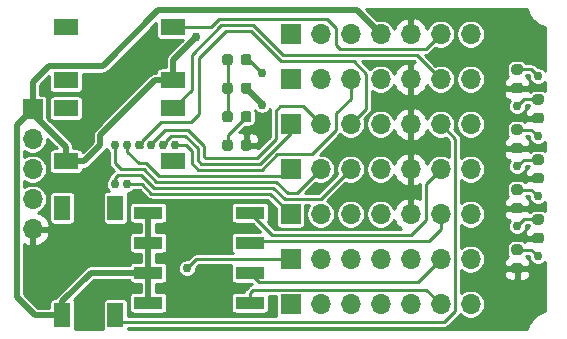
<source format=gbl>
%TF.GenerationSoftware,KiCad,Pcbnew,(5.1.6)-1*%
%TF.CreationDate,2020-07-31T18:02:46-07:00*%
%TF.ProjectId,dspic33ev256gm102,64737069-6333-4336-9576-323536676d31,rev?*%
%TF.SameCoordinates,Original*%
%TF.FileFunction,Copper,L2,Bot*%
%TF.FilePolarity,Positive*%
%FSLAX46Y46*%
G04 Gerber Fmt 4.6, Leading zero omitted, Abs format (unit mm)*
G04 Created by KiCad (PCBNEW (5.1.6)-1) date 2020-07-31 18:02:46*
%MOMM*%
%LPD*%
G01*
G04 APERTURE LIST*
%TA.AperFunction,ComponentPad*%
%ADD10O,1.700000X1.700000*%
%TD*%
%TA.AperFunction,ComponentPad*%
%ADD11R,1.700000X1.700000*%
%TD*%
%TA.AperFunction,SMDPad,CuDef*%
%ADD12R,2.440000X1.120000*%
%TD*%
%TA.AperFunction,SMDPad,CuDef*%
%ADD13R,2.100000X1.400000*%
%TD*%
%TA.AperFunction,SMDPad,CuDef*%
%ADD14R,1.400000X2.100000*%
%TD*%
%TA.AperFunction,ViaPad*%
%ADD15C,0.762000*%
%TD*%
%TA.AperFunction,Conductor*%
%ADD16C,0.254000*%
%TD*%
%TA.AperFunction,Conductor*%
%ADD17C,0.508000*%
%TD*%
G04 APERTURE END LIST*
D10*
%TO.P,J3,7*%
%TO.N,Net-(J3-Pad7)*%
X190881000Y-83820000D03*
%TO.P,J3,6*%
%TO.N,Net-(J3-Pad6)*%
X188341000Y-83820000D03*
%TO.P,J3,5*%
%TO.N,GNDREF*%
X185801000Y-83820000D03*
%TO.P,J3,4*%
%TO.N,VCC*%
X183261000Y-83820000D03*
%TO.P,J3,3*%
%TO.N,Net-(J3-Pad3)*%
X180721000Y-83820000D03*
%TO.P,J3,2*%
%TO.N,Net-(J3-Pad2)*%
X178181000Y-83820000D03*
D11*
%TO.P,J3,1*%
%TO.N,Net-(J3-Pad1)*%
X175641000Y-83820000D03*
%TD*%
%TO.P,R15,1*%
%TO.N,Net-(J9-Pad1)*%
%TA.AperFunction,SMDPad,CuDef*%
G36*
G01*
X172319500Y-78102750D02*
X172319500Y-78615250D01*
G75*
G02*
X172100750Y-78834000I-218750J0D01*
G01*
X171663250Y-78834000D01*
G75*
G02*
X171444500Y-78615250I0J218750D01*
G01*
X171444500Y-78102750D01*
G75*
G02*
X171663250Y-77884000I218750J0D01*
G01*
X172100750Y-77884000D01*
G75*
G02*
X172319500Y-78102750I0J-218750D01*
G01*
G37*
%TD.AperFunction*%
%TO.P,R15,2*%
%TO.N,Net-(JP1-Pad1)*%
%TA.AperFunction,SMDPad,CuDef*%
G36*
G01*
X170744500Y-78102750D02*
X170744500Y-78615250D01*
G75*
G02*
X170525750Y-78834000I-218750J0D01*
G01*
X170088250Y-78834000D01*
G75*
G02*
X169869500Y-78615250I0J218750D01*
G01*
X169869500Y-78102750D01*
G75*
G02*
X170088250Y-77884000I218750J0D01*
G01*
X170525750Y-77884000D01*
G75*
G02*
X170744500Y-78102750I0J-218750D01*
G01*
G37*
%TD.AperFunction*%
%TD*%
%TO.P,R16,1*%
%TO.N,Net-(JP1-Pad1)*%
%TA.AperFunction,SMDPad,CuDef*%
G36*
G01*
X169869500Y-81028250D02*
X169869500Y-80515750D01*
G75*
G02*
X170088250Y-80297000I218750J0D01*
G01*
X170525750Y-80297000D01*
G75*
G02*
X170744500Y-80515750I0J-218750D01*
G01*
X170744500Y-81028250D01*
G75*
G02*
X170525750Y-81247000I-218750J0D01*
G01*
X170088250Y-81247000D01*
G75*
G02*
X169869500Y-81028250I0J218750D01*
G01*
G37*
%TD.AperFunction*%
%TO.P,R16,2*%
%TO.N,VCC*%
%TA.AperFunction,SMDPad,CuDef*%
G36*
G01*
X171444500Y-81028250D02*
X171444500Y-80515750D01*
G75*
G02*
X171663250Y-80297000I218750J0D01*
G01*
X172100750Y-80297000D01*
G75*
G02*
X172319500Y-80515750I0J-218750D01*
G01*
X172319500Y-81028250D01*
G75*
G02*
X172100750Y-81247000I-218750J0D01*
G01*
X171663250Y-81247000D01*
G75*
G02*
X171444500Y-81028250I0J218750D01*
G01*
G37*
%TD.AperFunction*%
%TD*%
D10*
%TO.P,J1,7*%
%TO.N,Net-(J1-Pad7)*%
X190881000Y-76200000D03*
%TO.P,J1,6*%
%TO.N,Net-(J1-Pad6)*%
X188341000Y-76200000D03*
%TO.P,J1,5*%
%TO.N,GNDREF*%
X185801000Y-76200000D03*
%TO.P,J1,4*%
%TO.N,VCC*%
X183261000Y-76200000D03*
%TO.P,J1,3*%
%TO.N,Net-(J1-Pad3)*%
X180721000Y-76200000D03*
%TO.P,J1,2*%
%TO.N,Net-(J1-Pad2)*%
X178181000Y-76200000D03*
D11*
%TO.P,J1,1*%
%TO.N,Net-(J1-Pad1)*%
X175641000Y-76200000D03*
%TD*%
%TO.P,C1,2*%
%TO.N,GNDREF*%
%TA.AperFunction,SMDPad,CuDef*%
G36*
G01*
X171444500Y-85854250D02*
X171444500Y-85341750D01*
G75*
G02*
X171663250Y-85123000I218750J0D01*
G01*
X172100750Y-85123000D01*
G75*
G02*
X172319500Y-85341750I0J-218750D01*
G01*
X172319500Y-85854250D01*
G75*
G02*
X172100750Y-86073000I-218750J0D01*
G01*
X171663250Y-86073000D01*
G75*
G02*
X171444500Y-85854250I0J218750D01*
G01*
G37*
%TD.AperFunction*%
%TO.P,C1,1*%
%TO.N,Net-(C1-Pad1)*%
%TA.AperFunction,SMDPad,CuDef*%
G36*
G01*
X169869500Y-85854250D02*
X169869500Y-85341750D01*
G75*
G02*
X170088250Y-85123000I218750J0D01*
G01*
X170525750Y-85123000D01*
G75*
G02*
X170744500Y-85341750I0J-218750D01*
G01*
X170744500Y-85854250D01*
G75*
G02*
X170525750Y-86073000I-218750J0D01*
G01*
X170088250Y-86073000D01*
G75*
G02*
X169869500Y-85854250I0J218750D01*
G01*
G37*
%TD.AperFunction*%
%TD*%
%TO.P,D1,2*%
%TO.N,Net-(D1-Pad2)*%
%TA.AperFunction,SMDPad,CuDef*%
G36*
G01*
X195074250Y-79622000D02*
X194561750Y-79622000D01*
G75*
G02*
X194343000Y-79403250I0J218750D01*
G01*
X194343000Y-78965750D01*
G75*
G02*
X194561750Y-78747000I218750J0D01*
G01*
X195074250Y-78747000D01*
G75*
G02*
X195293000Y-78965750I0J-218750D01*
G01*
X195293000Y-79403250D01*
G75*
G02*
X195074250Y-79622000I-218750J0D01*
G01*
G37*
%TD.AperFunction*%
%TO.P,D1,1*%
%TO.N,GNDREF*%
%TA.AperFunction,SMDPad,CuDef*%
G36*
G01*
X195074250Y-81197000D02*
X194561750Y-81197000D01*
G75*
G02*
X194343000Y-80978250I0J218750D01*
G01*
X194343000Y-80540750D01*
G75*
G02*
X194561750Y-80322000I218750J0D01*
G01*
X195074250Y-80322000D01*
G75*
G02*
X195293000Y-80540750I0J-218750D01*
G01*
X195293000Y-80978250D01*
G75*
G02*
X195074250Y-81197000I-218750J0D01*
G01*
G37*
%TD.AperFunction*%
%TD*%
%TO.P,D2,1*%
%TO.N,GNDREF*%
%TA.AperFunction,SMDPad,CuDef*%
G36*
G01*
X196852250Y-83737000D02*
X196339750Y-83737000D01*
G75*
G02*
X196121000Y-83518250I0J218750D01*
G01*
X196121000Y-83080750D01*
G75*
G02*
X196339750Y-82862000I218750J0D01*
G01*
X196852250Y-82862000D01*
G75*
G02*
X197071000Y-83080750I0J-218750D01*
G01*
X197071000Y-83518250D01*
G75*
G02*
X196852250Y-83737000I-218750J0D01*
G01*
G37*
%TD.AperFunction*%
%TO.P,D2,2*%
%TO.N,Net-(D2-Pad2)*%
%TA.AperFunction,SMDPad,CuDef*%
G36*
G01*
X196852250Y-82162000D02*
X196339750Y-82162000D01*
G75*
G02*
X196121000Y-81943250I0J218750D01*
G01*
X196121000Y-81505750D01*
G75*
G02*
X196339750Y-81287000I218750J0D01*
G01*
X196852250Y-81287000D01*
G75*
G02*
X197071000Y-81505750I0J-218750D01*
G01*
X197071000Y-81943250D01*
G75*
G02*
X196852250Y-82162000I-218750J0D01*
G01*
G37*
%TD.AperFunction*%
%TD*%
%TO.P,D3,2*%
%TO.N,Net-(D3-Pad2)*%
%TA.AperFunction,SMDPad,CuDef*%
G36*
G01*
X195074250Y-84706166D02*
X194561750Y-84706166D01*
G75*
G02*
X194343000Y-84487416I0J218750D01*
G01*
X194343000Y-84049916D01*
G75*
G02*
X194561750Y-83831166I218750J0D01*
G01*
X195074250Y-83831166D01*
G75*
G02*
X195293000Y-84049916I0J-218750D01*
G01*
X195293000Y-84487416D01*
G75*
G02*
X195074250Y-84706166I-218750J0D01*
G01*
G37*
%TD.AperFunction*%
%TO.P,D3,1*%
%TO.N,GNDREF*%
%TA.AperFunction,SMDPad,CuDef*%
G36*
G01*
X195074250Y-86281166D02*
X194561750Y-86281166D01*
G75*
G02*
X194343000Y-86062416I0J218750D01*
G01*
X194343000Y-85624916D01*
G75*
G02*
X194561750Y-85406166I218750J0D01*
G01*
X195074250Y-85406166D01*
G75*
G02*
X195293000Y-85624916I0J-218750D01*
G01*
X195293000Y-86062416D01*
G75*
G02*
X195074250Y-86281166I-218750J0D01*
G01*
G37*
%TD.AperFunction*%
%TD*%
%TO.P,D4,1*%
%TO.N,GNDREF*%
%TA.AperFunction,SMDPad,CuDef*%
G36*
G01*
X196852250Y-88829600D02*
X196339750Y-88829600D01*
G75*
G02*
X196121000Y-88610850I0J218750D01*
G01*
X196121000Y-88173350D01*
G75*
G02*
X196339750Y-87954600I218750J0D01*
G01*
X196852250Y-87954600D01*
G75*
G02*
X197071000Y-88173350I0J-218750D01*
G01*
X197071000Y-88610850D01*
G75*
G02*
X196852250Y-88829600I-218750J0D01*
G01*
G37*
%TD.AperFunction*%
%TO.P,D4,2*%
%TO.N,Net-(D4-Pad2)*%
%TA.AperFunction,SMDPad,CuDef*%
G36*
G01*
X196852250Y-87254600D02*
X196339750Y-87254600D01*
G75*
G02*
X196121000Y-87035850I0J218750D01*
G01*
X196121000Y-86598350D01*
G75*
G02*
X196339750Y-86379600I218750J0D01*
G01*
X196852250Y-86379600D01*
G75*
G02*
X197071000Y-86598350I0J-218750D01*
G01*
X197071000Y-87035850D01*
G75*
G02*
X196852250Y-87254600I-218750J0D01*
G01*
G37*
%TD.AperFunction*%
%TD*%
%TO.P,D5,2*%
%TO.N,Net-(D5-Pad2)*%
%TA.AperFunction,SMDPad,CuDef*%
G36*
G01*
X195074250Y-89790332D02*
X194561750Y-89790332D01*
G75*
G02*
X194343000Y-89571582I0J218750D01*
G01*
X194343000Y-89134082D01*
G75*
G02*
X194561750Y-88915332I218750J0D01*
G01*
X195074250Y-88915332D01*
G75*
G02*
X195293000Y-89134082I0J-218750D01*
G01*
X195293000Y-89571582D01*
G75*
G02*
X195074250Y-89790332I-218750J0D01*
G01*
G37*
%TD.AperFunction*%
%TO.P,D5,1*%
%TO.N,GNDREF*%
%TA.AperFunction,SMDPad,CuDef*%
G36*
G01*
X195074250Y-91365332D02*
X194561750Y-91365332D01*
G75*
G02*
X194343000Y-91146582I0J218750D01*
G01*
X194343000Y-90709082D01*
G75*
G02*
X194561750Y-90490332I218750J0D01*
G01*
X195074250Y-90490332D01*
G75*
G02*
X195293000Y-90709082I0J-218750D01*
G01*
X195293000Y-91146582D01*
G75*
G02*
X195074250Y-91365332I-218750J0D01*
G01*
G37*
%TD.AperFunction*%
%TD*%
%TO.P,D6,2*%
%TO.N,Net-(D6-Pad2)*%
%TA.AperFunction,SMDPad,CuDef*%
G36*
G01*
X196852250Y-92322000D02*
X196339750Y-92322000D01*
G75*
G02*
X196121000Y-92103250I0J218750D01*
G01*
X196121000Y-91665750D01*
G75*
G02*
X196339750Y-91447000I218750J0D01*
G01*
X196852250Y-91447000D01*
G75*
G02*
X197071000Y-91665750I0J-218750D01*
G01*
X197071000Y-92103250D01*
G75*
G02*
X196852250Y-92322000I-218750J0D01*
G01*
G37*
%TD.AperFunction*%
%TO.P,D6,1*%
%TO.N,GNDREF*%
%TA.AperFunction,SMDPad,CuDef*%
G36*
G01*
X196852250Y-93897000D02*
X196339750Y-93897000D01*
G75*
G02*
X196121000Y-93678250I0J218750D01*
G01*
X196121000Y-93240750D01*
G75*
G02*
X196339750Y-93022000I218750J0D01*
G01*
X196852250Y-93022000D01*
G75*
G02*
X197071000Y-93240750I0J-218750D01*
G01*
X197071000Y-93678250D01*
G75*
G02*
X196852250Y-93897000I-218750J0D01*
G01*
G37*
%TD.AperFunction*%
%TD*%
%TO.P,D7,1*%
%TO.N,GNDREF*%
%TA.AperFunction,SMDPad,CuDef*%
G36*
G01*
X195074250Y-96449500D02*
X194561750Y-96449500D01*
G75*
G02*
X194343000Y-96230750I0J218750D01*
G01*
X194343000Y-95793250D01*
G75*
G02*
X194561750Y-95574500I218750J0D01*
G01*
X195074250Y-95574500D01*
G75*
G02*
X195293000Y-95793250I0J-218750D01*
G01*
X195293000Y-96230750D01*
G75*
G02*
X195074250Y-96449500I-218750J0D01*
G01*
G37*
%TD.AperFunction*%
%TO.P,D7,2*%
%TO.N,Net-(D7-Pad2)*%
%TA.AperFunction,SMDPad,CuDef*%
G36*
G01*
X195074250Y-94874500D02*
X194561750Y-94874500D01*
G75*
G02*
X194343000Y-94655750I0J218750D01*
G01*
X194343000Y-94218250D01*
G75*
G02*
X194561750Y-93999500I218750J0D01*
G01*
X195074250Y-93999500D01*
G75*
G02*
X195293000Y-94218250I0J-218750D01*
G01*
X195293000Y-94655750D01*
G75*
G02*
X195074250Y-94874500I-218750J0D01*
G01*
G37*
%TD.AperFunction*%
%TD*%
%TO.P,J2,1*%
%TO.N,Net-(J2-Pad1)*%
X175641000Y-80010000D03*
D10*
%TO.P,J2,2*%
%TO.N,Net-(J2-Pad2)*%
X178181000Y-80010000D03*
%TO.P,J2,3*%
%TO.N,Net-(J2-Pad3)*%
X180721000Y-80010000D03*
%TO.P,J2,4*%
%TO.N,VCC*%
X183261000Y-80010000D03*
%TO.P,J2,5*%
%TO.N,GNDREF*%
X185801000Y-80010000D03*
%TO.P,J2,6*%
%TO.N,Net-(J2-Pad6)*%
X188341000Y-80010000D03*
%TO.P,J2,7*%
%TO.N,Net-(J2-Pad7)*%
X190881000Y-80010000D03*
%TD*%
D11*
%TO.P,J4,1*%
%TO.N,Net-(J4-Pad1)*%
X175641000Y-87630000D03*
D10*
%TO.P,J4,2*%
%TO.N,Net-(J4-Pad2)*%
X178181000Y-87630000D03*
%TO.P,J4,3*%
%TO.N,Net-(J4-Pad3)*%
X180721000Y-87630000D03*
%TO.P,J4,4*%
%TO.N,VCC*%
X183261000Y-87630000D03*
%TO.P,J4,5*%
%TO.N,GNDREF*%
X185801000Y-87630000D03*
%TO.P,J4,6*%
%TO.N,Net-(J4-Pad6)*%
X188341000Y-87630000D03*
%TO.P,J4,7*%
%TO.N,Net-(J4-Pad7)*%
X190881000Y-87630000D03*
%TD*%
%TO.P,J5,7*%
%TO.N,Net-(J5-Pad7)*%
X190881000Y-91440000D03*
%TO.P,J5,6*%
%TO.N,Net-(J5-Pad6)*%
X188341000Y-91440000D03*
%TO.P,J5,5*%
%TO.N,GNDREF*%
X185801000Y-91440000D03*
%TO.P,J5,4*%
%TO.N,VCC*%
X183261000Y-91440000D03*
%TO.P,J5,3*%
%TO.N,Net-(J5-Pad3)*%
X180721000Y-91440000D03*
%TO.P,J5,2*%
%TO.N,Net-(J5-Pad2)*%
X178181000Y-91440000D03*
D11*
%TO.P,J5,1*%
%TO.N,Net-(J5-Pad1)*%
X175641000Y-91440000D03*
%TD*%
D10*
%TO.P,J6,7*%
%TO.N,Net-(J6-Pad7)*%
X190881000Y-95250000D03*
%TO.P,J6,6*%
%TO.N,Net-(J6-Pad6)*%
X188341000Y-95250000D03*
%TO.P,J6,5*%
%TO.N,GNDREF*%
X185801000Y-95250000D03*
%TO.P,J6,4*%
%TO.N,VCC*%
X183261000Y-95250000D03*
%TO.P,J6,3*%
%TO.N,Net-(J6-Pad3)*%
X180721000Y-95250000D03*
%TO.P,J6,2*%
%TO.N,Net-(J6-Pad2)*%
X178181000Y-95250000D03*
D11*
%TO.P,J6,1*%
%TO.N,Net-(J6-Pad1)*%
X175641000Y-95250000D03*
%TD*%
%TO.P,J7,1*%
%TO.N,Net-(J7-Pad1)*%
X175641000Y-99060000D03*
D10*
%TO.P,J7,2*%
%TO.N,Net-(J7-Pad2)*%
X178181000Y-99060000D03*
%TO.P,J7,3*%
%TO.N,Net-(J7-Pad3)*%
X180721000Y-99060000D03*
%TO.P,J7,4*%
%TO.N,VCC*%
X183261000Y-99060000D03*
%TO.P,J7,5*%
%TO.N,GNDREF*%
X185801000Y-99060000D03*
%TO.P,J7,6*%
%TO.N,Net-(J7-Pad6)*%
X188341000Y-99060000D03*
%TO.P,J7,7*%
%TO.N,Net-(J7-Pad7)*%
X190881000Y-99060000D03*
%TD*%
%TO.P,J10,5*%
%TO.N,GNDREF*%
X153797000Y-92710000D03*
%TO.P,J10,4*%
%TO.N,Net-(J10-Pad4)*%
X153797000Y-90170000D03*
%TO.P,J10,3*%
%TO.N,Net-(J10-Pad3)*%
X153797000Y-87630000D03*
%TO.P,J10,2*%
%TO.N,Net-(J10-Pad2)*%
X153797000Y-85090000D03*
D11*
%TO.P,J10,1*%
%TO.N,VCC*%
X153797000Y-82550000D03*
%TD*%
D12*
%TO.P,SW4,8*%
%TO.N,VCC*%
X163589000Y-91313000D03*
%TO.P,SW4,4*%
%TO.N,Net-(J7-Pad6)*%
X172199000Y-98933000D03*
%TO.P,SW4,7*%
%TO.N,VCC*%
X163589000Y-93853000D03*
%TO.P,SW4,3*%
%TO.N,Net-(J6-Pad6)*%
X172199000Y-96393000D03*
%TO.P,SW4,6*%
%TO.N,VCC*%
X163589000Y-96393000D03*
%TO.P,SW4,2*%
%TO.N,Net-(J5-Pad6)*%
X172199000Y-93853000D03*
%TO.P,SW4,5*%
%TO.N,VCC*%
X163589000Y-98933000D03*
%TO.P,SW4,1*%
%TO.N,Net-(J4-Pad6)*%
X172199000Y-91313000D03*
%TD*%
%TO.P,JP1,2*%
%TO.N,Net-(C1-Pad1)*%
%TA.AperFunction,SMDPad,CuDef*%
G36*
G01*
X171444500Y-83441250D02*
X171444500Y-82928750D01*
G75*
G02*
X171663250Y-82710000I218750J0D01*
G01*
X172100750Y-82710000D01*
G75*
G02*
X172319500Y-82928750I0J-218750D01*
G01*
X172319500Y-83441250D01*
G75*
G02*
X172100750Y-83660000I-218750J0D01*
G01*
X171663250Y-83660000D01*
G75*
G02*
X171444500Y-83441250I0J218750D01*
G01*
G37*
%TD.AperFunction*%
%TO.P,JP1,1*%
%TO.N,Net-(JP1-Pad1)*%
%TA.AperFunction,SMDPad,CuDef*%
G36*
G01*
X169869500Y-83441250D02*
X169869500Y-82928750D01*
G75*
G02*
X170088250Y-82710000I218750J0D01*
G01*
X170525750Y-82710000D01*
G75*
G02*
X170744500Y-82928750I0J-218750D01*
G01*
X170744500Y-83441250D01*
G75*
G02*
X170525750Y-83660000I-218750J0D01*
G01*
X170088250Y-83660000D01*
G75*
G02*
X169869500Y-83441250I0J218750D01*
G01*
G37*
%TD.AperFunction*%
%TD*%
D13*
%TO.P,SW1,1*%
%TO.N,N/C*%
X156613000Y-80101000D03*
%TO.P,SW1,3*%
X156613000Y-75601000D03*
%TO.P,SW1,4*%
%TO.N,Net-(J1-Pad6)*%
X165713000Y-75601000D03*
%TO.P,SW1,2*%
%TO.N,VCC*%
X165713000Y-80101000D03*
%TD*%
%TO.P,SW2,2*%
%TO.N,N/C*%
X165713000Y-86959000D03*
%TO.P,SW2,4*%
%TO.N,Net-(J2-Pad6)*%
X165713000Y-82459000D03*
%TO.P,SW2,3*%
%TO.N,N/C*%
X156613000Y-82459000D03*
%TO.P,SW2,1*%
%TO.N,VCC*%
X156613000Y-86959000D03*
%TD*%
D14*
%TO.P,SW3,1*%
%TO.N,N/C*%
X156309500Y-90890500D03*
%TO.P,SW3,3*%
X160809500Y-90890500D03*
%TO.P,SW3,4*%
%TO.N,Net-(J3-Pad6)*%
X160809500Y-99990500D03*
%TO.P,SW3,2*%
%TO.N,VCC*%
X156309500Y-99990500D03*
%TD*%
D15*
%TO.N,GNDREF*%
X157861000Y-84518500D03*
X162877500Y-79946500D03*
%TO.N,Net-(J2-Pad3)*%
X165862000Y-85598000D03*
%TO.N,Net-(J3-Pad1)*%
X164846000Y-85598000D03*
%TO.N,Net-(J3-Pad2)*%
X163830000Y-85598000D03*
%TO.N,Net-(J4-Pad1)*%
X161798000Y-85598000D03*
%TO.N,Net-(J4-Pad2)*%
X160782000Y-85598000D03*
%TO.N,Net-(J4-Pad3)*%
X160782000Y-88900000D03*
%TO.N,Net-(J6-Pad1)*%
X166878000Y-96012000D03*
%TO.N,Net-(D1-Pad2)*%
X196596000Y-79756000D03*
%TO.N,Net-(D2-Pad2)*%
X194818000Y-82296000D03*
%TO.N,VCC*%
X167640000Y-76454000D03*
X173228000Y-82169000D03*
%TO.N,GNDREF*%
X173228000Y-84328000D03*
X157289500Y-96520000D03*
X166878000Y-93599000D03*
%TO.N,Net-(D3-Pad2)*%
X196596000Y-84836000D03*
%TO.N,Net-(D4-Pad2)*%
X194818000Y-87376000D03*
%TO.N,Net-(J5-Pad1)*%
X161798000Y-88900000D03*
%TO.N,Net-(J9-Pad1)*%
X173228000Y-79502000D03*
%TO.N,Net-(D5-Pad2)*%
X196596000Y-89916000D03*
%TO.N,Net-(D6-Pad2)*%
X194818000Y-92456000D03*
%TO.N,Net-(D7-Pad2)*%
X196596000Y-94996000D03*
%TO.N,Net-(J3-Pad3)*%
X162814000Y-85598000D03*
%TD*%
D16*
%TO.N,Net-(J1-Pad6)*%
X178732882Y-74930000D02*
X179489999Y-75687117D01*
X179489999Y-75687117D02*
X179489999Y-77127999D01*
X179489999Y-77127999D02*
X179832000Y-77470000D01*
X187071000Y-77470000D02*
X188341000Y-76200000D01*
X169545000Y-74930000D02*
X178732882Y-74930000D01*
X179832000Y-77470000D02*
X187071000Y-77470000D01*
X165713000Y-75601000D02*
X168874000Y-75601000D01*
X168874000Y-75601000D02*
X169545000Y-74930000D01*
%TO.N,Net-(J2-Pad3)*%
X166787802Y-85598000D02*
X167271001Y-86081199D01*
X165862000Y-85598000D02*
X166787802Y-85598000D01*
X167271001Y-86081199D02*
X167271001Y-87134001D01*
X167271001Y-87134001D02*
X167795991Y-87658991D01*
X173226207Y-87658991D02*
X174525198Y-86360000D01*
X167795991Y-87658991D02*
X173226207Y-87658991D01*
X179489999Y-84289001D02*
X179489999Y-82892001D01*
X174525198Y-86360000D02*
X177419000Y-86360000D01*
X177419000Y-86360000D02*
X179489999Y-84289001D01*
X180721000Y-81661000D02*
X180721000Y-80010000D01*
X179489999Y-82892001D02*
X180721000Y-81661000D01*
%TO.N,Net-(J3-Pad1)*%
X175641000Y-83880624D02*
X175641000Y-83820000D01*
X166744235Y-84835999D02*
X167779011Y-85870775D01*
X164846000Y-85598000D02*
X164973000Y-85598000D01*
X165099999Y-85471001D02*
X165099999Y-85232239D01*
X165099999Y-85232239D02*
X165496239Y-84835999D01*
X164973000Y-85598000D02*
X165099999Y-85471001D01*
X165496239Y-84835999D02*
X166744235Y-84835999D01*
X167779011Y-86880011D02*
X168049981Y-87150981D01*
X167779011Y-85870775D02*
X167779011Y-86880011D01*
X175641000Y-84525764D02*
X175641000Y-83820000D01*
X173015783Y-87150981D02*
X175641000Y-84525764D01*
X168049981Y-87150981D02*
X173015783Y-87150981D01*
%TO.N,Net-(J3-Pad2)*%
X164988249Y-84327989D02*
X166954660Y-84327990D01*
X163830000Y-85598000D02*
X163830000Y-85486238D01*
X163830000Y-85486238D02*
X164988249Y-84327989D01*
X166954660Y-84327990D02*
X168287021Y-85660351D01*
X168287021Y-86499021D02*
X168430971Y-86642971D01*
X168287021Y-85660351D02*
X168287021Y-86499021D01*
X168430971Y-86642971D02*
X172805359Y-86642971D01*
X172805359Y-86642971D02*
X174371000Y-85077330D01*
X174371000Y-82704198D02*
X174779198Y-82296000D01*
X174371000Y-85077330D02*
X174371000Y-82704198D01*
X176657000Y-82296000D02*
X178181000Y-83820000D01*
X174779198Y-82296000D02*
X176657000Y-82296000D01*
%TO.N,Net-(J4-Pad1)*%
X175103999Y-88167001D02*
X175641000Y-87630000D01*
X161798000Y-86136815D02*
X162783165Y-87121980D01*
X164485199Y-88167001D02*
X175103999Y-88167001D01*
X161798000Y-85598000D02*
X161798000Y-86136815D01*
X162783165Y-87121980D02*
X163440178Y-87121980D01*
X163440178Y-87121980D02*
X164485199Y-88167001D01*
%TO.N,Net-(J4-Pad2)*%
X160782000Y-85598000D02*
X160782000Y-87121989D01*
X161290000Y-87629989D02*
X163229757Y-87629990D01*
X160782000Y-87121989D02*
X161290000Y-87629989D01*
X174409999Y-88675009D02*
X175396980Y-89661990D01*
X163229757Y-87629990D02*
X164274776Y-88675009D01*
X164274776Y-88675009D02*
X174409999Y-88675009D01*
X176149010Y-89661990D02*
X178181000Y-87630000D01*
X175396980Y-89661990D02*
X176149010Y-89661990D01*
%TO.N,Net-(J4-Pad3)*%
X161005186Y-88137999D02*
X163019332Y-88137999D01*
X160782000Y-88900000D02*
X160782000Y-88361185D01*
X160782000Y-88361185D02*
X161005186Y-88137999D01*
X164064352Y-89183019D02*
X174146019Y-89183019D01*
X163019332Y-88137999D02*
X164064352Y-89183019D01*
X174146019Y-89183019D02*
X175133000Y-90170000D01*
X178181000Y-90170000D02*
X180721000Y-87630000D01*
X175133000Y-90170000D02*
X178181000Y-90170000D01*
%TO.N,Net-(J6-Pad1)*%
X167640000Y-95250000D02*
X166878000Y-96012000D01*
X175641000Y-95250000D02*
X167640000Y-95250000D01*
%TO.N,Net-(J6-Pad6)*%
X172199000Y-96393000D02*
X172961000Y-97155000D01*
X186436000Y-97155000D02*
X188341000Y-95250000D01*
X172961000Y-97155000D02*
X186436000Y-97155000D01*
%TO.N,Net-(D1-Pad2)*%
X196024500Y-79184500D02*
X196596000Y-79756000D01*
X194818000Y-79184500D02*
X196024500Y-79184500D01*
%TO.N,Net-(D2-Pad2)*%
X195389500Y-81724500D02*
X194818000Y-82296000D01*
X196596000Y-81724500D02*
X195389500Y-81724500D01*
D17*
%TO.N,VCC*%
X163589000Y-98933000D02*
X163589000Y-96393000D01*
X163589000Y-96393000D02*
X163589000Y-93853000D01*
X163589000Y-93853000D02*
X163589000Y-91313000D01*
X173228000Y-82118000D02*
X171882000Y-80772000D01*
X173228000Y-82169000D02*
X173228000Y-82118000D01*
X153797000Y-82935000D02*
X153797000Y-82550000D01*
X156613000Y-85751000D02*
X153797000Y-82935000D01*
X156613000Y-86959000D02*
X156613000Y-85751000D01*
X156309500Y-87262500D02*
X156613000Y-86959000D01*
X165713000Y-78381000D02*
X167640000Y-76454000D01*
X165713000Y-80101000D02*
X165713000Y-78381000D01*
X158732222Y-96393000D02*
X163589000Y-96393000D01*
X156309500Y-98815722D02*
X158732222Y-96393000D01*
X156309500Y-99990500D02*
X156309500Y-98815722D01*
X156309500Y-99990500D02*
X153965500Y-99990500D01*
X152438999Y-83908001D02*
X153797000Y-82550000D01*
X152438999Y-98463999D02*
X152438999Y-83908001D01*
X153965500Y-99990500D02*
X152438999Y-98463999D01*
X156613000Y-86959000D02*
X156627000Y-86959000D01*
X183261000Y-76200000D02*
X181254010Y-74193010D01*
X153797000Y-80252598D02*
X153797000Y-82550000D01*
X181254010Y-74193010D02*
X164456588Y-74193010D01*
X164456588Y-74193010D02*
X159756599Y-78892999D01*
X159756599Y-78892999D02*
X155156599Y-78892999D01*
X155156599Y-78892999D02*
X153797000Y-80252598D01*
X164155000Y-80101000D02*
X159512000Y-84744000D01*
X165713000Y-80101000D02*
X164155000Y-80101000D01*
X159512000Y-84744000D02*
X159512000Y-85598000D01*
X158151000Y-86959000D02*
X156613000Y-86959000D01*
X159512000Y-85598000D02*
X158151000Y-86959000D01*
D16*
%TO.N,Net-(D3-Pad2)*%
X196028666Y-84268666D02*
X196596000Y-84836000D01*
X194818000Y-84268666D02*
X196028666Y-84268666D01*
%TO.N,Net-(D4-Pad2)*%
X195376900Y-86817100D02*
X194818000Y-87376000D01*
X196596000Y-86817100D02*
X195376900Y-86817100D01*
%TO.N,Net-(J3-Pad6)*%
X161403000Y-100584000D02*
X160809500Y-99990500D01*
X188638882Y-100584000D02*
X161403000Y-100584000D01*
X189572001Y-99650881D02*
X188638882Y-100584000D01*
X188341000Y-83820000D02*
X189572001Y-85051001D01*
X189572001Y-85051001D02*
X189572001Y-99650881D01*
%TO.N,Net-(J4-Pad6)*%
X187109999Y-88861001D02*
X188341000Y-87630000D01*
X187109999Y-91952883D02*
X187109999Y-88861001D01*
X185844882Y-93218000D02*
X187109999Y-91952883D01*
X172199000Y-91313000D02*
X174104000Y-93218000D01*
X174104000Y-93218000D02*
X185844882Y-93218000D01*
%TO.N,Net-(J5-Pad1)*%
X161798000Y-88900000D02*
X163062899Y-88900000D01*
X163062899Y-88900000D02*
X163853929Y-89691029D01*
X173892029Y-89691029D02*
X175641000Y-91440000D01*
X163853929Y-89691029D02*
X173892029Y-89691029D01*
%TO.N,Net-(J5-Pad6)*%
X172325990Y-93726010D02*
X172199000Y-93853000D01*
X187324990Y-93726010D02*
X172325990Y-93726010D01*
X188341000Y-92710000D02*
X187324990Y-93726010D01*
X188341000Y-91440000D02*
X188341000Y-92710000D01*
%TO.N,Net-(J7-Pad6)*%
X172489001Y-97828999D02*
X187109999Y-97828999D01*
X172199000Y-98119000D02*
X172489001Y-97828999D01*
X187109999Y-97828999D02*
X188341000Y-99060000D01*
X172199000Y-98933000D02*
X172199000Y-98119000D01*
%TO.N,Net-(J9-Pad1)*%
X172085000Y-78359000D02*
X173228000Y-79502000D01*
X171882000Y-78359000D02*
X172085000Y-78359000D01*
%TO.N,Net-(C1-Pad1)*%
X170307000Y-84760000D02*
X171882000Y-83185000D01*
X170307000Y-85598000D02*
X170307000Y-84760000D01*
%TO.N,Net-(D5-Pad2)*%
X196032832Y-89352832D02*
X196596000Y-89916000D01*
X194818000Y-89352832D02*
X196032832Y-89352832D01*
%TO.N,Net-(D6-Pad2)*%
X195389500Y-91884500D02*
X194818000Y-92456000D01*
X196596000Y-91884500D02*
X195389500Y-91884500D01*
%TO.N,Net-(D7-Pad2)*%
X196037000Y-94437000D02*
X196596000Y-94996000D01*
X194818000Y-94437000D02*
X196037000Y-94437000D01*
%TO.N,Net-(J2-Pad6)*%
X167271001Y-77922433D02*
X169755434Y-75438000D01*
X169755434Y-75438000D02*
X172466000Y-75438000D01*
X172466000Y-75438000D02*
X175006010Y-77978010D01*
X186309010Y-77978010D02*
X188341000Y-80010000D01*
X175006010Y-77978010D02*
X186309010Y-77978010D01*
X167271001Y-80900999D02*
X165713000Y-82459000D01*
X167271001Y-77922433D02*
X167271001Y-80900999D01*
%TO.N,Net-(J3-Pad3)*%
X162941000Y-85598000D02*
X163067999Y-85724999D01*
X162814000Y-85598000D02*
X162941000Y-85598000D01*
X182029999Y-82511001D02*
X180721000Y-83820000D01*
X182029999Y-79540999D02*
X182029999Y-82511001D01*
X163067999Y-85471001D02*
X163067999Y-85232239D01*
X167194801Y-83667001D02*
X167894000Y-82967802D01*
X167894000Y-78232000D02*
X170180000Y-75946000D01*
X163067999Y-85232239D02*
X164633237Y-83667001D01*
X174795586Y-78486020D02*
X180975020Y-78486020D01*
X164633237Y-83667001D02*
X167194801Y-83667001D01*
X162941000Y-85598000D02*
X163067999Y-85471001D01*
X170180000Y-75946000D02*
X172255566Y-75946000D01*
X172255566Y-75946000D02*
X174795586Y-78486020D01*
X167894000Y-82967802D02*
X167894000Y-78232000D01*
X180975020Y-78486020D02*
X182029999Y-79540999D01*
%TO.N,Net-(JP1-Pad1)*%
X170307000Y-78359000D02*
X170307000Y-80772000D01*
X170307000Y-83185000D02*
X170307000Y-80772000D01*
%TD*%
%TO.N,GNDREF*%
G36*
X195667443Y-74093841D02*
G01*
X195669081Y-74099268D01*
X195760699Y-74395239D01*
X195774981Y-74429215D01*
X195788744Y-74463279D01*
X195791405Y-74468285D01*
X195938766Y-74740823D01*
X195959366Y-74771364D01*
X195979492Y-74802119D01*
X195983074Y-74806513D01*
X196180565Y-75045238D01*
X196206682Y-75071173D01*
X196232422Y-75097458D01*
X196236790Y-75101072D01*
X196476888Y-75296890D01*
X196507527Y-75317247D01*
X196537898Y-75338042D01*
X196542882Y-75340737D01*
X196542890Y-75340741D01*
X196816445Y-75486193D01*
X196850485Y-75500224D01*
X196884289Y-75514712D01*
X196889697Y-75516387D01*
X196889703Y-75516389D01*
X196889709Y-75516390D01*
X197186306Y-75605938D01*
X197206001Y-75609838D01*
X197206001Y-79297367D01*
X197187884Y-79270253D01*
X197081747Y-79164116D01*
X196956942Y-79080724D01*
X196818267Y-79023283D01*
X196671050Y-78994000D01*
X196552420Y-78994000D01*
X196401355Y-78842935D01*
X196385448Y-78823552D01*
X196308095Y-78760071D01*
X196219843Y-78712899D01*
X196124085Y-78683851D01*
X196049447Y-78676500D01*
X196049444Y-78676500D01*
X196024500Y-78674043D01*
X195999556Y-78676500D01*
X195598497Y-78676500D01*
X195574456Y-78631523D01*
X195499640Y-78540360D01*
X195408477Y-78465544D01*
X195304470Y-78409951D01*
X195191615Y-78375716D01*
X195074250Y-78364157D01*
X194561750Y-78364157D01*
X194444385Y-78375716D01*
X194331530Y-78409951D01*
X194227523Y-78465544D01*
X194136360Y-78540360D01*
X194061544Y-78631523D01*
X194005951Y-78735530D01*
X193971716Y-78848385D01*
X193960157Y-78965750D01*
X193960157Y-79403250D01*
X193971716Y-79520615D01*
X194005951Y-79633470D01*
X194061544Y-79737477D01*
X194070070Y-79747866D01*
X193988506Y-79791463D01*
X193891815Y-79870815D01*
X193812463Y-79967506D01*
X193753498Y-80077820D01*
X193717188Y-80197518D01*
X193704928Y-80322000D01*
X193708000Y-80473750D01*
X193866750Y-80632500D01*
X194691000Y-80632500D01*
X194691000Y-80612500D01*
X194945000Y-80612500D01*
X194945000Y-80632500D01*
X195769250Y-80632500D01*
X195928000Y-80473750D01*
X195931072Y-80322000D01*
X195918812Y-80197518D01*
X195882502Y-80077820D01*
X195823537Y-79967506D01*
X195744185Y-79870815D01*
X195647494Y-79791463D01*
X195565930Y-79747866D01*
X195574456Y-79737477D01*
X195598497Y-79692500D01*
X195814080Y-79692500D01*
X195834000Y-79712420D01*
X195834000Y-79831050D01*
X195863283Y-79978267D01*
X195920724Y-80116942D01*
X196004116Y-80241747D01*
X196110253Y-80347884D01*
X196235058Y-80431276D01*
X196373733Y-80488717D01*
X196520950Y-80518000D01*
X196671050Y-80518000D01*
X196818267Y-80488717D01*
X196956942Y-80431276D01*
X197081747Y-80347884D01*
X197187884Y-80241747D01*
X197206001Y-80214633D01*
X197206001Y-81021567D01*
X197186477Y-81005544D01*
X197082470Y-80949951D01*
X196969615Y-80915716D01*
X196852250Y-80904157D01*
X196339750Y-80904157D01*
X196222385Y-80915716D01*
X196109530Y-80949951D01*
X196005523Y-81005544D01*
X195928476Y-81068775D01*
X195928000Y-81045250D01*
X195769250Y-80886500D01*
X194945000Y-80886500D01*
X194945000Y-80906500D01*
X194691000Y-80906500D01*
X194691000Y-80886500D01*
X193866750Y-80886500D01*
X193708000Y-81045250D01*
X193704928Y-81197000D01*
X193717188Y-81321482D01*
X193753498Y-81441180D01*
X193812463Y-81551494D01*
X193891815Y-81648185D01*
X193988506Y-81727537D01*
X194098820Y-81786502D01*
X194217858Y-81822612D01*
X194142724Y-81935058D01*
X194085283Y-82073733D01*
X194056000Y-82220950D01*
X194056000Y-82371050D01*
X194085283Y-82518267D01*
X194142724Y-82656942D01*
X194226116Y-82781747D01*
X194332253Y-82887884D01*
X194457058Y-82971276D01*
X194595733Y-83028717D01*
X194742950Y-83058000D01*
X194893050Y-83058000D01*
X195040267Y-83028717D01*
X195178942Y-82971276D01*
X195303747Y-82887884D01*
X195409884Y-82781747D01*
X195493276Y-82656942D01*
X195550717Y-82518267D01*
X195580000Y-82371050D01*
X195580000Y-82252421D01*
X195599921Y-82232500D01*
X195815503Y-82232500D01*
X195839544Y-82277477D01*
X195848070Y-82287866D01*
X195766506Y-82331463D01*
X195669815Y-82410815D01*
X195590463Y-82507506D01*
X195531498Y-82617820D01*
X195495188Y-82737518D01*
X195482928Y-82862000D01*
X195486000Y-83013750D01*
X195644750Y-83172500D01*
X196469000Y-83172500D01*
X196469000Y-83152500D01*
X196723000Y-83152500D01*
X196723000Y-83172500D01*
X196743000Y-83172500D01*
X196743000Y-83426500D01*
X196723000Y-83426500D01*
X196723000Y-83446500D01*
X196469000Y-83446500D01*
X196469000Y-83426500D01*
X195644750Y-83426500D01*
X195486000Y-83585250D01*
X195485441Y-83612873D01*
X195408477Y-83549710D01*
X195304470Y-83494117D01*
X195191615Y-83459882D01*
X195074250Y-83448323D01*
X194561750Y-83448323D01*
X194444385Y-83459882D01*
X194331530Y-83494117D01*
X194227523Y-83549710D01*
X194136360Y-83624526D01*
X194061544Y-83715689D01*
X194005951Y-83819696D01*
X193971716Y-83932551D01*
X193960157Y-84049916D01*
X193960157Y-84487416D01*
X193971716Y-84604781D01*
X194005951Y-84717636D01*
X194061544Y-84821643D01*
X194070070Y-84832032D01*
X193988506Y-84875629D01*
X193891815Y-84954981D01*
X193812463Y-85051672D01*
X193753498Y-85161986D01*
X193717188Y-85281684D01*
X193704928Y-85406166D01*
X193708000Y-85557916D01*
X193866750Y-85716666D01*
X194691000Y-85716666D01*
X194691000Y-85696666D01*
X194945000Y-85696666D01*
X194945000Y-85716666D01*
X195769250Y-85716666D01*
X195928000Y-85557916D01*
X195931072Y-85406166D01*
X195918812Y-85281684D01*
X195882502Y-85161986D01*
X195823537Y-85051672D01*
X195744185Y-84954981D01*
X195647494Y-84875629D01*
X195565930Y-84832032D01*
X195574456Y-84821643D01*
X195598497Y-84776666D01*
X195818246Y-84776666D01*
X195834000Y-84792420D01*
X195834000Y-84911050D01*
X195863283Y-85058267D01*
X195920724Y-85196942D01*
X196004116Y-85321747D01*
X196110253Y-85427884D01*
X196235058Y-85511276D01*
X196373733Y-85568717D01*
X196520950Y-85598000D01*
X196671050Y-85598000D01*
X196818267Y-85568717D01*
X196956942Y-85511276D01*
X197081747Y-85427884D01*
X197187884Y-85321747D01*
X197206001Y-85294634D01*
X197206001Y-86114167D01*
X197186477Y-86098144D01*
X197082470Y-86042551D01*
X196969615Y-86008316D01*
X196852250Y-85996757D01*
X196339750Y-85996757D01*
X196222385Y-86008316D01*
X196109530Y-86042551D01*
X196005523Y-86098144D01*
X195928644Y-86161237D01*
X195928000Y-86129416D01*
X195769250Y-85970666D01*
X194945000Y-85970666D01*
X194945000Y-85990666D01*
X194691000Y-85990666D01*
X194691000Y-85970666D01*
X193866750Y-85970666D01*
X193708000Y-86129416D01*
X193704928Y-86281166D01*
X193717188Y-86405648D01*
X193753498Y-86525346D01*
X193812463Y-86635660D01*
X193891815Y-86732351D01*
X193988506Y-86811703D01*
X194098820Y-86870668D01*
X194215544Y-86906076D01*
X194142724Y-87015058D01*
X194085283Y-87153733D01*
X194056000Y-87300950D01*
X194056000Y-87451050D01*
X194085283Y-87598267D01*
X194142724Y-87736942D01*
X194226116Y-87861747D01*
X194332253Y-87967884D01*
X194457058Y-88051276D01*
X194595733Y-88108717D01*
X194742950Y-88138000D01*
X194893050Y-88138000D01*
X195040267Y-88108717D01*
X195178942Y-88051276D01*
X195303747Y-87967884D01*
X195409884Y-87861747D01*
X195493276Y-87736942D01*
X195550717Y-87598267D01*
X195580000Y-87451050D01*
X195580000Y-87332421D01*
X195587321Y-87325100D01*
X195815503Y-87325100D01*
X195839544Y-87370077D01*
X195848070Y-87380466D01*
X195766506Y-87424063D01*
X195669815Y-87503415D01*
X195590463Y-87600106D01*
X195531498Y-87710420D01*
X195495188Y-87830118D01*
X195482928Y-87954600D01*
X195486000Y-88106350D01*
X195644750Y-88265100D01*
X196469000Y-88265100D01*
X196469000Y-88245100D01*
X196723000Y-88245100D01*
X196723000Y-88265100D01*
X196743000Y-88265100D01*
X196743000Y-88519100D01*
X196723000Y-88519100D01*
X196723000Y-88539100D01*
X196469000Y-88539100D01*
X196469000Y-88519100D01*
X195644750Y-88519100D01*
X195486000Y-88677850D01*
X195485609Y-88697177D01*
X195408477Y-88633876D01*
X195304470Y-88578283D01*
X195191615Y-88544048D01*
X195074250Y-88532489D01*
X194561750Y-88532489D01*
X194444385Y-88544048D01*
X194331530Y-88578283D01*
X194227523Y-88633876D01*
X194136360Y-88708692D01*
X194061544Y-88799855D01*
X194005951Y-88903862D01*
X193971716Y-89016717D01*
X193960157Y-89134082D01*
X193960157Y-89571582D01*
X193971716Y-89688947D01*
X194005951Y-89801802D01*
X194061544Y-89905809D01*
X194070070Y-89916198D01*
X193988506Y-89959795D01*
X193891815Y-90039147D01*
X193812463Y-90135838D01*
X193753498Y-90246152D01*
X193717188Y-90365850D01*
X193704928Y-90490332D01*
X193708000Y-90642082D01*
X193866750Y-90800832D01*
X194691000Y-90800832D01*
X194691000Y-90780832D01*
X194945000Y-90780832D01*
X194945000Y-90800832D01*
X195769250Y-90800832D01*
X195928000Y-90642082D01*
X195931072Y-90490332D01*
X195918812Y-90365850D01*
X195882502Y-90246152D01*
X195823537Y-90135838D01*
X195744185Y-90039147D01*
X195647494Y-89959795D01*
X195565930Y-89916198D01*
X195574456Y-89905809D01*
X195598497Y-89860832D01*
X195822412Y-89860832D01*
X195834000Y-89872420D01*
X195834000Y-89991050D01*
X195863283Y-90138267D01*
X195920724Y-90276942D01*
X196004116Y-90401747D01*
X196110253Y-90507884D01*
X196235058Y-90591276D01*
X196373733Y-90648717D01*
X196520950Y-90678000D01*
X196671050Y-90678000D01*
X196818267Y-90648717D01*
X196956942Y-90591276D01*
X197081747Y-90507884D01*
X197187884Y-90401747D01*
X197206000Y-90374634D01*
X197206000Y-91181567D01*
X197186477Y-91165544D01*
X197082470Y-91109951D01*
X196969615Y-91075716D01*
X196852250Y-91064157D01*
X196339750Y-91064157D01*
X196222385Y-91075716D01*
X196109530Y-91109951D01*
X196005523Y-91165544D01*
X195928310Y-91228911D01*
X195928000Y-91213582D01*
X195769250Y-91054832D01*
X194945000Y-91054832D01*
X194945000Y-91074832D01*
X194691000Y-91074832D01*
X194691000Y-91054832D01*
X193866750Y-91054832D01*
X193708000Y-91213582D01*
X193704928Y-91365332D01*
X193717188Y-91489814D01*
X193753498Y-91609512D01*
X193812463Y-91719826D01*
X193891815Y-91816517D01*
X193988506Y-91895869D01*
X194098820Y-91954834D01*
X194213229Y-91989540D01*
X194142724Y-92095058D01*
X194085283Y-92233733D01*
X194056000Y-92380950D01*
X194056000Y-92531050D01*
X194085283Y-92678267D01*
X194142724Y-92816942D01*
X194226116Y-92941747D01*
X194332253Y-93047884D01*
X194457058Y-93131276D01*
X194595733Y-93188717D01*
X194742950Y-93218000D01*
X194893050Y-93218000D01*
X195040267Y-93188717D01*
X195178942Y-93131276D01*
X195303747Y-93047884D01*
X195409884Y-92941747D01*
X195493276Y-92816942D01*
X195550717Y-92678267D01*
X195580000Y-92531050D01*
X195580000Y-92412421D01*
X195599921Y-92392500D01*
X195815503Y-92392500D01*
X195839544Y-92437477D01*
X195848070Y-92447866D01*
X195766506Y-92491463D01*
X195669815Y-92570815D01*
X195590463Y-92667506D01*
X195531498Y-92777820D01*
X195495188Y-92897518D01*
X195482928Y-93022000D01*
X195486000Y-93173750D01*
X195644750Y-93332500D01*
X196469000Y-93332500D01*
X196469000Y-93312500D01*
X196723000Y-93312500D01*
X196723000Y-93332500D01*
X196743000Y-93332500D01*
X196743000Y-93586500D01*
X196723000Y-93586500D01*
X196723000Y-93606500D01*
X196469000Y-93606500D01*
X196469000Y-93586500D01*
X195644750Y-93586500D01*
X195486000Y-93745250D01*
X195485275Y-93781071D01*
X195408477Y-93718044D01*
X195304470Y-93662451D01*
X195191615Y-93628216D01*
X195074250Y-93616657D01*
X194561750Y-93616657D01*
X194444385Y-93628216D01*
X194331530Y-93662451D01*
X194227523Y-93718044D01*
X194136360Y-93792860D01*
X194061544Y-93884023D01*
X194005951Y-93988030D01*
X193971716Y-94100885D01*
X193960157Y-94218250D01*
X193960157Y-94655750D01*
X193971716Y-94773115D01*
X194005951Y-94885970D01*
X194061544Y-94989977D01*
X194070070Y-95000366D01*
X193988506Y-95043963D01*
X193891815Y-95123315D01*
X193812463Y-95220006D01*
X193753498Y-95330320D01*
X193717188Y-95450018D01*
X193704928Y-95574500D01*
X193708000Y-95726250D01*
X193866750Y-95885000D01*
X194691000Y-95885000D01*
X194691000Y-95865000D01*
X194945000Y-95865000D01*
X194945000Y-95885000D01*
X195769250Y-95885000D01*
X195928000Y-95726250D01*
X195931072Y-95574500D01*
X195918812Y-95450018D01*
X195882502Y-95330320D01*
X195823537Y-95220006D01*
X195744185Y-95123315D01*
X195647494Y-95043963D01*
X195565930Y-95000366D01*
X195574456Y-94989977D01*
X195598497Y-94945000D01*
X195826580Y-94945000D01*
X195834000Y-94952420D01*
X195834000Y-95071050D01*
X195863283Y-95218267D01*
X195920724Y-95356942D01*
X196004116Y-95481747D01*
X196110253Y-95587884D01*
X196235058Y-95671276D01*
X196373733Y-95728717D01*
X196520950Y-95758000D01*
X196671050Y-95758000D01*
X196818267Y-95728717D01*
X196956942Y-95671276D01*
X197081747Y-95587884D01*
X197187884Y-95481747D01*
X197206000Y-95454634D01*
X197206000Y-99650132D01*
X197178159Y-99655443D01*
X197172732Y-99657081D01*
X196876762Y-99748699D01*
X196842799Y-99762976D01*
X196808721Y-99776744D01*
X196803720Y-99779402D01*
X196803716Y-99779404D01*
X196803715Y-99779405D01*
X196531177Y-99926766D01*
X196500686Y-99947333D01*
X196469881Y-99967491D01*
X196465488Y-99971074D01*
X196226762Y-100168564D01*
X196200791Y-100194717D01*
X196174542Y-100220422D01*
X196170933Y-100224784D01*
X196170929Y-100224788D01*
X196170928Y-100224790D01*
X195975110Y-100464888D01*
X195954753Y-100495527D01*
X195933958Y-100525898D01*
X195931262Y-100530885D01*
X195785807Y-100804445D01*
X195771776Y-100838485D01*
X195757288Y-100872289D01*
X195755613Y-100877697D01*
X195755611Y-100877703D01*
X195755611Y-100877705D01*
X195666062Y-101174307D01*
X195662163Y-101194000D01*
X161859464Y-101194000D01*
X161863201Y-101187008D01*
X161884987Y-101115189D01*
X161887271Y-101092000D01*
X188613938Y-101092000D01*
X188638882Y-101094457D01*
X188663826Y-101092000D01*
X188663829Y-101092000D01*
X188738467Y-101084649D01*
X188834225Y-101055601D01*
X188922477Y-101008429D01*
X188999830Y-100944948D01*
X189015737Y-100925565D01*
X189913566Y-100027736D01*
X189932949Y-100011829D01*
X189996430Y-99934476D01*
X190002752Y-99922649D01*
X190096283Y-100016180D01*
X190297903Y-100150898D01*
X190521931Y-100243693D01*
X190759757Y-100291000D01*
X191002243Y-100291000D01*
X191240069Y-100243693D01*
X191464097Y-100150898D01*
X191665717Y-100016180D01*
X191837180Y-99844717D01*
X191971898Y-99643097D01*
X192064693Y-99419069D01*
X192112000Y-99181243D01*
X192112000Y-98938757D01*
X192064693Y-98700931D01*
X191971898Y-98476903D01*
X191837180Y-98275283D01*
X191665717Y-98103820D01*
X191464097Y-97969102D01*
X191240069Y-97876307D01*
X191002243Y-97829000D01*
X190759757Y-97829000D01*
X190521931Y-97876307D01*
X190297903Y-97969102D01*
X190096283Y-98103820D01*
X190080001Y-98120102D01*
X190080001Y-96189898D01*
X190096283Y-96206180D01*
X190297903Y-96340898D01*
X190521931Y-96433693D01*
X190759757Y-96481000D01*
X191002243Y-96481000D01*
X191160602Y-96449500D01*
X193704928Y-96449500D01*
X193717188Y-96573982D01*
X193753498Y-96693680D01*
X193812463Y-96803994D01*
X193891815Y-96900685D01*
X193988506Y-96980037D01*
X194098820Y-97039002D01*
X194218518Y-97075312D01*
X194343000Y-97087572D01*
X194532250Y-97084500D01*
X194691000Y-96925750D01*
X194691000Y-96139000D01*
X194945000Y-96139000D01*
X194945000Y-96925750D01*
X195103750Y-97084500D01*
X195293000Y-97087572D01*
X195417482Y-97075312D01*
X195537180Y-97039002D01*
X195647494Y-96980037D01*
X195744185Y-96900685D01*
X195823537Y-96803994D01*
X195882502Y-96693680D01*
X195918812Y-96573982D01*
X195931072Y-96449500D01*
X195928000Y-96297750D01*
X195769250Y-96139000D01*
X194945000Y-96139000D01*
X194691000Y-96139000D01*
X193866750Y-96139000D01*
X193708000Y-96297750D01*
X193704928Y-96449500D01*
X191160602Y-96449500D01*
X191240069Y-96433693D01*
X191464097Y-96340898D01*
X191665717Y-96206180D01*
X191837180Y-96034717D01*
X191971898Y-95833097D01*
X192064693Y-95609069D01*
X192112000Y-95371243D01*
X192112000Y-95128757D01*
X192064693Y-94890931D01*
X191971898Y-94666903D01*
X191837180Y-94465283D01*
X191665717Y-94293820D01*
X191464097Y-94159102D01*
X191240069Y-94066307D01*
X191002243Y-94019000D01*
X190759757Y-94019000D01*
X190521931Y-94066307D01*
X190297903Y-94159102D01*
X190096283Y-94293820D01*
X190080001Y-94310102D01*
X190080001Y-92379898D01*
X190096283Y-92396180D01*
X190297903Y-92530898D01*
X190521931Y-92623693D01*
X190759757Y-92671000D01*
X191002243Y-92671000D01*
X191240069Y-92623693D01*
X191464097Y-92530898D01*
X191665717Y-92396180D01*
X191837180Y-92224717D01*
X191971898Y-92023097D01*
X192064693Y-91799069D01*
X192112000Y-91561243D01*
X192112000Y-91318757D01*
X192064693Y-91080931D01*
X191971898Y-90856903D01*
X191837180Y-90655283D01*
X191665717Y-90483820D01*
X191464097Y-90349102D01*
X191240069Y-90256307D01*
X191002243Y-90209000D01*
X190759757Y-90209000D01*
X190521931Y-90256307D01*
X190297903Y-90349102D01*
X190096283Y-90483820D01*
X190080001Y-90500102D01*
X190080001Y-88569898D01*
X190096283Y-88586180D01*
X190297903Y-88720898D01*
X190521931Y-88813693D01*
X190759757Y-88861000D01*
X191002243Y-88861000D01*
X191240069Y-88813693D01*
X191464097Y-88720898D01*
X191665717Y-88586180D01*
X191837180Y-88414717D01*
X191971898Y-88213097D01*
X192064693Y-87989069D01*
X192112000Y-87751243D01*
X192112000Y-87508757D01*
X192064693Y-87270931D01*
X191971898Y-87046903D01*
X191837180Y-86845283D01*
X191665717Y-86673820D01*
X191464097Y-86539102D01*
X191240069Y-86446307D01*
X191002243Y-86399000D01*
X190759757Y-86399000D01*
X190521931Y-86446307D01*
X190297903Y-86539102D01*
X190096283Y-86673820D01*
X190080001Y-86690102D01*
X190080001Y-85075944D01*
X190082458Y-85051000D01*
X190079769Y-85023701D01*
X190072650Y-84951416D01*
X190043602Y-84855658D01*
X190029159Y-84828637D01*
X189996430Y-84767405D01*
X189948851Y-84709430D01*
X189932949Y-84690053D01*
X189913572Y-84674151D01*
X189493587Y-84254166D01*
X189524693Y-84179069D01*
X189572000Y-83941243D01*
X189572000Y-83698757D01*
X189650000Y-83698757D01*
X189650000Y-83941243D01*
X189697307Y-84179069D01*
X189790102Y-84403097D01*
X189924820Y-84604717D01*
X190096283Y-84776180D01*
X190297903Y-84910898D01*
X190521931Y-85003693D01*
X190759757Y-85051000D01*
X191002243Y-85051000D01*
X191240069Y-85003693D01*
X191464097Y-84910898D01*
X191665717Y-84776180D01*
X191837180Y-84604717D01*
X191971898Y-84403097D01*
X192064693Y-84179069D01*
X192112000Y-83941243D01*
X192112000Y-83698757D01*
X192064693Y-83460931D01*
X191971898Y-83236903D01*
X191837180Y-83035283D01*
X191665717Y-82863820D01*
X191464097Y-82729102D01*
X191240069Y-82636307D01*
X191002243Y-82589000D01*
X190759757Y-82589000D01*
X190521931Y-82636307D01*
X190297903Y-82729102D01*
X190096283Y-82863820D01*
X189924820Y-83035283D01*
X189790102Y-83236903D01*
X189697307Y-83460931D01*
X189650000Y-83698757D01*
X189572000Y-83698757D01*
X189524693Y-83460931D01*
X189431898Y-83236903D01*
X189297180Y-83035283D01*
X189125717Y-82863820D01*
X188924097Y-82729102D01*
X188700069Y-82636307D01*
X188462243Y-82589000D01*
X188219757Y-82589000D01*
X187981931Y-82636307D01*
X187757903Y-82729102D01*
X187556283Y-82863820D01*
X187384820Y-83035283D01*
X187250102Y-83236903D01*
X187202772Y-83351168D01*
X187145157Y-83188748D01*
X186996178Y-82938645D01*
X186801269Y-82722412D01*
X186567920Y-82548359D01*
X186305099Y-82423175D01*
X186157890Y-82378524D01*
X185928000Y-82499845D01*
X185928000Y-83693000D01*
X185948000Y-83693000D01*
X185948000Y-83947000D01*
X185928000Y-83947000D01*
X185928000Y-85140155D01*
X186157890Y-85261476D01*
X186305099Y-85216825D01*
X186567920Y-85091641D01*
X186801269Y-84917588D01*
X186996178Y-84701355D01*
X187145157Y-84451252D01*
X187202772Y-84288832D01*
X187250102Y-84403097D01*
X187384820Y-84604717D01*
X187556283Y-84776180D01*
X187757903Y-84910898D01*
X187981931Y-85003693D01*
X188219757Y-85051000D01*
X188462243Y-85051000D01*
X188700069Y-85003693D01*
X188775166Y-84972587D01*
X189064001Y-85261422D01*
X189064001Y-86632583D01*
X188924097Y-86539102D01*
X188700069Y-86446307D01*
X188462243Y-86399000D01*
X188219757Y-86399000D01*
X187981931Y-86446307D01*
X187757903Y-86539102D01*
X187556283Y-86673820D01*
X187384820Y-86845283D01*
X187250102Y-87046903D01*
X187202772Y-87161168D01*
X187145157Y-86998748D01*
X186996178Y-86748645D01*
X186801269Y-86532412D01*
X186567920Y-86358359D01*
X186305099Y-86233175D01*
X186157890Y-86188524D01*
X185928000Y-86309845D01*
X185928000Y-87503000D01*
X185948000Y-87503000D01*
X185948000Y-87757000D01*
X185928000Y-87757000D01*
X185928000Y-88950155D01*
X186157890Y-89071476D01*
X186305099Y-89026825D01*
X186567920Y-88901641D01*
X186601107Y-88876887D01*
X186602000Y-88885955D01*
X186602000Y-90193779D01*
X186567920Y-90168359D01*
X186305099Y-90043175D01*
X186157890Y-89998524D01*
X185928000Y-90119845D01*
X185928000Y-91313000D01*
X185948000Y-91313000D01*
X185948000Y-91567000D01*
X185928000Y-91567000D01*
X185928000Y-91587000D01*
X185674000Y-91587000D01*
X185674000Y-91567000D01*
X185654000Y-91567000D01*
X185654000Y-91313000D01*
X185674000Y-91313000D01*
X185674000Y-90119845D01*
X185444110Y-89998524D01*
X185296901Y-90043175D01*
X185034080Y-90168359D01*
X184800731Y-90342412D01*
X184605822Y-90558645D01*
X184456843Y-90808748D01*
X184399228Y-90971168D01*
X184351898Y-90856903D01*
X184217180Y-90655283D01*
X184045717Y-90483820D01*
X183844097Y-90349102D01*
X183620069Y-90256307D01*
X183382243Y-90209000D01*
X183139757Y-90209000D01*
X182901931Y-90256307D01*
X182677903Y-90349102D01*
X182476283Y-90483820D01*
X182304820Y-90655283D01*
X182170102Y-90856903D01*
X182077307Y-91080931D01*
X182030000Y-91318757D01*
X182030000Y-91561243D01*
X182077307Y-91799069D01*
X182170102Y-92023097D01*
X182304820Y-92224717D01*
X182476283Y-92396180D01*
X182677903Y-92530898D01*
X182901931Y-92623693D01*
X183139757Y-92671000D01*
X183382243Y-92671000D01*
X183620069Y-92623693D01*
X183844097Y-92530898D01*
X184045717Y-92396180D01*
X184217180Y-92224717D01*
X184351898Y-92023097D01*
X184399228Y-91908832D01*
X184456843Y-92071252D01*
X184605822Y-92321355D01*
X184800731Y-92537588D01*
X185031880Y-92710000D01*
X174314420Y-92710000D01*
X173716044Y-92111624D01*
X173737322Y-92085696D01*
X173772701Y-92019508D01*
X173794487Y-91947689D01*
X173801843Y-91873000D01*
X173801843Y-90753000D01*
X173794487Y-90678311D01*
X173772701Y-90606492D01*
X173737322Y-90540304D01*
X173689711Y-90482289D01*
X173631696Y-90434678D01*
X173565508Y-90399299D01*
X173493689Y-90377513D01*
X173419000Y-90370157D01*
X170979000Y-90370157D01*
X170904311Y-90377513D01*
X170832492Y-90399299D01*
X170766304Y-90434678D01*
X170708289Y-90482289D01*
X170660678Y-90540304D01*
X170625299Y-90606492D01*
X170603513Y-90678311D01*
X170596157Y-90753000D01*
X170596157Y-91873000D01*
X170603513Y-91947689D01*
X170625299Y-92019508D01*
X170660678Y-92085696D01*
X170708289Y-92143711D01*
X170766304Y-92191322D01*
X170832492Y-92226701D01*
X170904311Y-92248487D01*
X170979000Y-92255843D01*
X172423423Y-92255843D01*
X173077737Y-92910157D01*
X170979000Y-92910157D01*
X170904311Y-92917513D01*
X170832492Y-92939299D01*
X170766304Y-92974678D01*
X170708289Y-93022289D01*
X170660678Y-93080304D01*
X170625299Y-93146492D01*
X170603513Y-93218311D01*
X170596157Y-93293000D01*
X170596157Y-94413000D01*
X170603513Y-94487689D01*
X170625299Y-94559508D01*
X170660678Y-94625696D01*
X170708289Y-94683711D01*
X170766304Y-94731322D01*
X170786281Y-94742000D01*
X167664944Y-94742000D01*
X167640000Y-94739543D01*
X167615056Y-94742000D01*
X167615053Y-94742000D01*
X167540415Y-94749351D01*
X167444657Y-94778399D01*
X167356405Y-94825571D01*
X167279052Y-94889052D01*
X167263145Y-94908435D01*
X166921580Y-95250000D01*
X166802950Y-95250000D01*
X166655733Y-95279283D01*
X166517058Y-95336724D01*
X166392253Y-95420116D01*
X166286116Y-95526253D01*
X166202724Y-95651058D01*
X166145283Y-95789733D01*
X166116000Y-95936950D01*
X166116000Y-96087050D01*
X166145283Y-96234267D01*
X166202724Y-96372942D01*
X166286116Y-96497747D01*
X166392253Y-96603884D01*
X166517058Y-96687276D01*
X166655733Y-96744717D01*
X166802950Y-96774000D01*
X166953050Y-96774000D01*
X167100267Y-96744717D01*
X167238942Y-96687276D01*
X167363747Y-96603884D01*
X167469884Y-96497747D01*
X167553276Y-96372942D01*
X167610717Y-96234267D01*
X167640000Y-96087050D01*
X167640000Y-95968420D01*
X167850420Y-95758000D01*
X170603607Y-95758000D01*
X170603513Y-95758311D01*
X170596157Y-95833000D01*
X170596157Y-96953000D01*
X170603513Y-97027689D01*
X170625299Y-97099508D01*
X170660678Y-97165696D01*
X170708289Y-97223711D01*
X170766304Y-97271322D01*
X170832492Y-97306701D01*
X170904311Y-97328487D01*
X170979000Y-97335843D01*
X172364715Y-97335843D01*
X172293658Y-97357398D01*
X172293656Y-97357399D01*
X172205405Y-97404570D01*
X172177289Y-97427645D01*
X172128053Y-97468051D01*
X172112146Y-97487434D01*
X171857430Y-97742150D01*
X171838053Y-97758052D01*
X171822151Y-97777429D01*
X171822150Y-97777430D01*
X171774571Y-97835405D01*
X171752709Y-97876307D01*
X171727400Y-97923657D01*
X171707227Y-97990157D01*
X170979000Y-97990157D01*
X170904311Y-97997513D01*
X170832492Y-98019299D01*
X170766304Y-98054678D01*
X170708289Y-98102289D01*
X170660678Y-98160304D01*
X170625299Y-98226492D01*
X170603513Y-98298311D01*
X170596157Y-98373000D01*
X170596157Y-99493000D01*
X170603513Y-99567689D01*
X170625299Y-99639508D01*
X170660678Y-99705696D01*
X170708289Y-99763711D01*
X170766304Y-99811322D01*
X170832492Y-99846701D01*
X170904311Y-99868487D01*
X170979000Y-99875843D01*
X173419000Y-99875843D01*
X173493689Y-99868487D01*
X173565508Y-99846701D01*
X173631696Y-99811322D01*
X173689711Y-99763711D01*
X173737322Y-99705696D01*
X173772701Y-99639508D01*
X173794487Y-99567689D01*
X173801843Y-99493000D01*
X173801843Y-98373000D01*
X173798297Y-98336999D01*
X174408157Y-98336999D01*
X174408157Y-99910000D01*
X174415513Y-99984689D01*
X174437299Y-100056508D01*
X174447718Y-100076000D01*
X161892343Y-100076000D01*
X161892343Y-98940500D01*
X161884987Y-98865811D01*
X161863201Y-98793992D01*
X161827822Y-98727804D01*
X161780211Y-98669789D01*
X161722196Y-98622178D01*
X161656008Y-98586799D01*
X161584189Y-98565013D01*
X161509500Y-98557657D01*
X160109500Y-98557657D01*
X160034811Y-98565013D01*
X159962992Y-98586799D01*
X159896804Y-98622178D01*
X159838789Y-98669789D01*
X159791178Y-98727804D01*
X159755799Y-98793992D01*
X159734013Y-98865811D01*
X159726657Y-98940500D01*
X159726657Y-101040500D01*
X159734013Y-101115189D01*
X159755799Y-101187008D01*
X159759536Y-101194000D01*
X157359464Y-101194000D01*
X157363201Y-101187008D01*
X157384987Y-101115189D01*
X157392343Y-101040500D01*
X157392343Y-98940500D01*
X157384987Y-98865811D01*
X157363201Y-98793992D01*
X157327822Y-98727804D01*
X157313227Y-98710019D01*
X158995247Y-97028000D01*
X161993607Y-97028000D01*
X162015299Y-97099508D01*
X162050678Y-97165696D01*
X162098289Y-97223711D01*
X162156304Y-97271322D01*
X162222492Y-97306701D01*
X162294311Y-97328487D01*
X162369000Y-97335843D01*
X162954001Y-97335843D01*
X162954000Y-97990157D01*
X162369000Y-97990157D01*
X162294311Y-97997513D01*
X162222492Y-98019299D01*
X162156304Y-98054678D01*
X162098289Y-98102289D01*
X162050678Y-98160304D01*
X162015299Y-98226492D01*
X161993513Y-98298311D01*
X161986157Y-98373000D01*
X161986157Y-99493000D01*
X161993513Y-99567689D01*
X162015299Y-99639508D01*
X162050678Y-99705696D01*
X162098289Y-99763711D01*
X162156304Y-99811322D01*
X162222492Y-99846701D01*
X162294311Y-99868487D01*
X162369000Y-99875843D01*
X164809000Y-99875843D01*
X164883689Y-99868487D01*
X164955508Y-99846701D01*
X165021696Y-99811322D01*
X165079711Y-99763711D01*
X165127322Y-99705696D01*
X165162701Y-99639508D01*
X165184487Y-99567689D01*
X165191843Y-99493000D01*
X165191843Y-98373000D01*
X165184487Y-98298311D01*
X165162701Y-98226492D01*
X165127322Y-98160304D01*
X165079711Y-98102289D01*
X165021696Y-98054678D01*
X164955508Y-98019299D01*
X164883689Y-97997513D01*
X164809000Y-97990157D01*
X164224000Y-97990157D01*
X164224000Y-97335843D01*
X164809000Y-97335843D01*
X164883689Y-97328487D01*
X164955508Y-97306701D01*
X165021696Y-97271322D01*
X165079711Y-97223711D01*
X165127322Y-97165696D01*
X165162701Y-97099508D01*
X165184487Y-97027689D01*
X165191843Y-96953000D01*
X165191843Y-95833000D01*
X165184487Y-95758311D01*
X165162701Y-95686492D01*
X165127322Y-95620304D01*
X165079711Y-95562289D01*
X165021696Y-95514678D01*
X164955508Y-95479299D01*
X164883689Y-95457513D01*
X164809000Y-95450157D01*
X164224000Y-95450157D01*
X164224000Y-94795843D01*
X164809000Y-94795843D01*
X164883689Y-94788487D01*
X164955508Y-94766701D01*
X165021696Y-94731322D01*
X165079711Y-94683711D01*
X165127322Y-94625696D01*
X165162701Y-94559508D01*
X165184487Y-94487689D01*
X165191843Y-94413000D01*
X165191843Y-93293000D01*
X165184487Y-93218311D01*
X165162701Y-93146492D01*
X165127322Y-93080304D01*
X165079711Y-93022289D01*
X165021696Y-92974678D01*
X164955508Y-92939299D01*
X164883689Y-92917513D01*
X164809000Y-92910157D01*
X164224000Y-92910157D01*
X164224000Y-92255843D01*
X164809000Y-92255843D01*
X164883689Y-92248487D01*
X164955508Y-92226701D01*
X165021696Y-92191322D01*
X165079711Y-92143711D01*
X165127322Y-92085696D01*
X165162701Y-92019508D01*
X165184487Y-91947689D01*
X165191843Y-91873000D01*
X165191843Y-90753000D01*
X165184487Y-90678311D01*
X165162701Y-90606492D01*
X165127322Y-90540304D01*
X165079711Y-90482289D01*
X165021696Y-90434678D01*
X164955508Y-90399299D01*
X164883689Y-90377513D01*
X164809000Y-90370157D01*
X162369000Y-90370157D01*
X162294311Y-90377513D01*
X162222492Y-90399299D01*
X162156304Y-90434678D01*
X162098289Y-90482289D01*
X162050678Y-90540304D01*
X162015299Y-90606492D01*
X161993513Y-90678311D01*
X161986157Y-90753000D01*
X161986157Y-91873000D01*
X161993513Y-91947689D01*
X162015299Y-92019508D01*
X162050678Y-92085696D01*
X162098289Y-92143711D01*
X162156304Y-92191322D01*
X162222492Y-92226701D01*
X162294311Y-92248487D01*
X162369000Y-92255843D01*
X162954001Y-92255843D01*
X162954000Y-92910157D01*
X162369000Y-92910157D01*
X162294311Y-92917513D01*
X162222492Y-92939299D01*
X162156304Y-92974678D01*
X162098289Y-93022289D01*
X162050678Y-93080304D01*
X162015299Y-93146492D01*
X161993513Y-93218311D01*
X161986157Y-93293000D01*
X161986157Y-94413000D01*
X161993513Y-94487689D01*
X162015299Y-94559508D01*
X162050678Y-94625696D01*
X162098289Y-94683711D01*
X162156304Y-94731322D01*
X162222492Y-94766701D01*
X162294311Y-94788487D01*
X162369000Y-94795843D01*
X162954001Y-94795843D01*
X162954000Y-95450157D01*
X162369000Y-95450157D01*
X162294311Y-95457513D01*
X162222492Y-95479299D01*
X162156304Y-95514678D01*
X162098289Y-95562289D01*
X162050678Y-95620304D01*
X162015299Y-95686492D01*
X161993607Y-95758000D01*
X158763402Y-95758000D01*
X158732221Y-95754929D01*
X158701040Y-95758000D01*
X158701030Y-95758000D01*
X158607740Y-95767188D01*
X158488042Y-95803498D01*
X158432849Y-95833000D01*
X158377727Y-95862463D01*
X158354833Y-95881252D01*
X158281037Y-95941815D01*
X158261152Y-95966045D01*
X155882546Y-98344652D01*
X155858316Y-98364537D01*
X155838432Y-98388766D01*
X155778963Y-98461229D01*
X155727420Y-98557657D01*
X155609500Y-98557657D01*
X155534811Y-98565013D01*
X155462992Y-98586799D01*
X155396804Y-98622178D01*
X155338789Y-98669789D01*
X155291178Y-98727804D01*
X155255799Y-98793992D01*
X155234013Y-98865811D01*
X155226657Y-98940500D01*
X155226657Y-99355500D01*
X154228526Y-99355500D01*
X153073999Y-98200975D01*
X153073999Y-93999505D01*
X153165748Y-94054157D01*
X153440109Y-94151481D01*
X153670000Y-94030814D01*
X153670000Y-92837000D01*
X153924000Y-92837000D01*
X153924000Y-94030814D01*
X154153891Y-94151481D01*
X154428252Y-94054157D01*
X154678355Y-93905178D01*
X154894588Y-93710269D01*
X155068641Y-93476920D01*
X155193825Y-93214099D01*
X155238476Y-93066890D01*
X155117155Y-92837000D01*
X153924000Y-92837000D01*
X153670000Y-92837000D01*
X153650000Y-92837000D01*
X153650000Y-92583000D01*
X153670000Y-92583000D01*
X153670000Y-92563000D01*
X153924000Y-92563000D01*
X153924000Y-92583000D01*
X155117155Y-92583000D01*
X155238476Y-92353110D01*
X155193825Y-92205901D01*
X155068641Y-91943080D01*
X154894588Y-91709731D01*
X154678355Y-91514822D01*
X154428252Y-91365843D01*
X154265832Y-91308228D01*
X154380097Y-91260898D01*
X154581717Y-91126180D01*
X154753180Y-90954717D01*
X154887898Y-90753097D01*
X154980693Y-90529069D01*
X155028000Y-90291243D01*
X155028000Y-90048757D01*
X154986575Y-89840500D01*
X155226657Y-89840500D01*
X155226657Y-91940500D01*
X155234013Y-92015189D01*
X155255799Y-92087008D01*
X155291178Y-92153196D01*
X155338789Y-92211211D01*
X155396804Y-92258822D01*
X155462992Y-92294201D01*
X155534811Y-92315987D01*
X155609500Y-92323343D01*
X157009500Y-92323343D01*
X157084189Y-92315987D01*
X157156008Y-92294201D01*
X157222196Y-92258822D01*
X157280211Y-92211211D01*
X157327822Y-92153196D01*
X157363201Y-92087008D01*
X157384987Y-92015189D01*
X157392343Y-91940500D01*
X157392343Y-89840500D01*
X157384987Y-89765811D01*
X157363201Y-89693992D01*
X157327822Y-89627804D01*
X157280211Y-89569789D01*
X157222196Y-89522178D01*
X157156008Y-89486799D01*
X157084189Y-89465013D01*
X157009500Y-89457657D01*
X155609500Y-89457657D01*
X155534811Y-89465013D01*
X155462992Y-89486799D01*
X155396804Y-89522178D01*
X155338789Y-89569789D01*
X155291178Y-89627804D01*
X155255799Y-89693992D01*
X155234013Y-89765811D01*
X155226657Y-89840500D01*
X154986575Y-89840500D01*
X154980693Y-89810931D01*
X154887898Y-89586903D01*
X154753180Y-89385283D01*
X154581717Y-89213820D01*
X154380097Y-89079102D01*
X154156069Y-88986307D01*
X153918243Y-88939000D01*
X153675757Y-88939000D01*
X153437931Y-88986307D01*
X153213903Y-89079102D01*
X153073999Y-89172583D01*
X153073999Y-88627417D01*
X153213903Y-88720898D01*
X153437931Y-88813693D01*
X153675757Y-88861000D01*
X153918243Y-88861000D01*
X154156069Y-88813693D01*
X154380097Y-88720898D01*
X154581717Y-88586180D01*
X154753180Y-88414717D01*
X154887898Y-88213097D01*
X154980693Y-87989069D01*
X155028000Y-87751243D01*
X155028000Y-87508757D01*
X154980693Y-87270931D01*
X154887898Y-87046903D01*
X154753180Y-86845283D01*
X154581717Y-86673820D01*
X154380097Y-86539102D01*
X154156069Y-86446307D01*
X153918243Y-86399000D01*
X153675757Y-86399000D01*
X153437931Y-86446307D01*
X153213903Y-86539102D01*
X153073999Y-86632583D01*
X153073999Y-86087417D01*
X153213903Y-86180898D01*
X153437931Y-86273693D01*
X153675757Y-86321000D01*
X153918243Y-86321000D01*
X154156069Y-86273693D01*
X154380097Y-86180898D01*
X154581717Y-86046180D01*
X154753180Y-85874717D01*
X154887898Y-85673097D01*
X154980693Y-85449069D01*
X155028000Y-85211243D01*
X155028000Y-85064025D01*
X155840131Y-85876157D01*
X155563000Y-85876157D01*
X155488311Y-85883513D01*
X155416492Y-85905299D01*
X155350304Y-85940678D01*
X155292289Y-85988289D01*
X155244678Y-86046304D01*
X155209299Y-86112492D01*
X155187513Y-86184311D01*
X155180157Y-86259000D01*
X155180157Y-87659000D01*
X155187513Y-87733689D01*
X155209299Y-87805508D01*
X155244678Y-87871696D01*
X155292289Y-87929711D01*
X155350304Y-87977322D01*
X155416492Y-88012701D01*
X155488311Y-88034487D01*
X155563000Y-88041843D01*
X157663000Y-88041843D01*
X157737689Y-88034487D01*
X157809508Y-88012701D01*
X157875696Y-87977322D01*
X157933711Y-87929711D01*
X157981322Y-87871696D01*
X158016701Y-87805508D01*
X158038487Y-87733689D01*
X158045843Y-87659000D01*
X158045843Y-87594000D01*
X158119819Y-87594000D01*
X158151000Y-87597071D01*
X158182181Y-87594000D01*
X158182192Y-87594000D01*
X158275482Y-87584812D01*
X158395180Y-87548502D01*
X158505494Y-87489537D01*
X158602185Y-87410185D01*
X158622074Y-87385950D01*
X159938960Y-86069066D01*
X159963185Y-86049185D01*
X159983065Y-86024961D01*
X159983069Y-86024957D01*
X160042538Y-85952494D01*
X160077196Y-85887654D01*
X160106724Y-85958942D01*
X160190116Y-86083747D01*
X160274000Y-86167631D01*
X160274001Y-87097035D01*
X160271543Y-87121989D01*
X160277065Y-87178048D01*
X160281352Y-87221574D01*
X160290931Y-87253150D01*
X160310400Y-87317332D01*
X160357571Y-87405584D01*
X160381430Y-87434656D01*
X160421053Y-87482937D01*
X160440430Y-87498839D01*
X160685104Y-87743514D01*
X160644238Y-87777051D01*
X160628327Y-87796439D01*
X160440431Y-87984334D01*
X160421053Y-88000237D01*
X160405151Y-88019614D01*
X160405150Y-88019615D01*
X160357571Y-88077590D01*
X160313716Y-88159639D01*
X160310400Y-88165842D01*
X160299005Y-88203408D01*
X160281352Y-88261601D01*
X160274642Y-88329727D01*
X160190116Y-88414253D01*
X160106724Y-88539058D01*
X160049283Y-88677733D01*
X160020000Y-88824950D01*
X160020000Y-88975050D01*
X160049283Y-89122267D01*
X160106724Y-89260942D01*
X160190116Y-89385747D01*
X160262026Y-89457657D01*
X160109500Y-89457657D01*
X160034811Y-89465013D01*
X159962992Y-89486799D01*
X159896804Y-89522178D01*
X159838789Y-89569789D01*
X159791178Y-89627804D01*
X159755799Y-89693992D01*
X159734013Y-89765811D01*
X159726657Y-89840500D01*
X159726657Y-91940500D01*
X159734013Y-92015189D01*
X159755799Y-92087008D01*
X159791178Y-92153196D01*
X159838789Y-92211211D01*
X159896804Y-92258822D01*
X159962992Y-92294201D01*
X160034811Y-92315987D01*
X160109500Y-92323343D01*
X161509500Y-92323343D01*
X161584189Y-92315987D01*
X161656008Y-92294201D01*
X161722196Y-92258822D01*
X161780211Y-92211211D01*
X161827822Y-92153196D01*
X161863201Y-92087008D01*
X161884987Y-92015189D01*
X161892343Y-91940500D01*
X161892343Y-89840500D01*
X161884987Y-89765811D01*
X161863201Y-89693992D01*
X161846101Y-89662000D01*
X161873050Y-89662000D01*
X162020267Y-89632717D01*
X162158942Y-89575276D01*
X162283747Y-89491884D01*
X162367631Y-89408000D01*
X162852479Y-89408000D01*
X163477074Y-90032594D01*
X163492981Y-90051977D01*
X163570334Y-90115458D01*
X163658586Y-90162630D01*
X163754344Y-90191678D01*
X163828982Y-90199029D01*
X163828985Y-90199029D01*
X163853929Y-90201486D01*
X163878873Y-90199029D01*
X173681609Y-90199029D01*
X174408157Y-90925577D01*
X174408157Y-92290000D01*
X174415513Y-92364689D01*
X174437299Y-92436508D01*
X174472678Y-92502696D01*
X174520289Y-92560711D01*
X174578304Y-92608322D01*
X174644492Y-92643701D01*
X174716311Y-92665487D01*
X174791000Y-92672843D01*
X176491000Y-92672843D01*
X176565689Y-92665487D01*
X176637508Y-92643701D01*
X176703696Y-92608322D01*
X176761711Y-92560711D01*
X176809322Y-92502696D01*
X176844701Y-92436508D01*
X176866487Y-92364689D01*
X176873843Y-92290000D01*
X176873843Y-90678000D01*
X177209641Y-90678000D01*
X177090102Y-90856903D01*
X176997307Y-91080931D01*
X176950000Y-91318757D01*
X176950000Y-91561243D01*
X176997307Y-91799069D01*
X177090102Y-92023097D01*
X177224820Y-92224717D01*
X177396283Y-92396180D01*
X177597903Y-92530898D01*
X177821931Y-92623693D01*
X178059757Y-92671000D01*
X178302243Y-92671000D01*
X178540069Y-92623693D01*
X178764097Y-92530898D01*
X178965717Y-92396180D01*
X179137180Y-92224717D01*
X179271898Y-92023097D01*
X179364693Y-91799069D01*
X179412000Y-91561243D01*
X179412000Y-91318757D01*
X179490000Y-91318757D01*
X179490000Y-91561243D01*
X179537307Y-91799069D01*
X179630102Y-92023097D01*
X179764820Y-92224717D01*
X179936283Y-92396180D01*
X180137903Y-92530898D01*
X180361931Y-92623693D01*
X180599757Y-92671000D01*
X180842243Y-92671000D01*
X181080069Y-92623693D01*
X181304097Y-92530898D01*
X181505717Y-92396180D01*
X181677180Y-92224717D01*
X181811898Y-92023097D01*
X181904693Y-91799069D01*
X181952000Y-91561243D01*
X181952000Y-91318757D01*
X181904693Y-91080931D01*
X181811898Y-90856903D01*
X181677180Y-90655283D01*
X181505717Y-90483820D01*
X181304097Y-90349102D01*
X181080069Y-90256307D01*
X180842243Y-90209000D01*
X180599757Y-90209000D01*
X180361931Y-90256307D01*
X180137903Y-90349102D01*
X179936283Y-90483820D01*
X179764820Y-90655283D01*
X179630102Y-90856903D01*
X179537307Y-91080931D01*
X179490000Y-91318757D01*
X179412000Y-91318757D01*
X179364693Y-91080931D01*
X179271898Y-90856903D01*
X179137180Y-90655283D01*
X178965717Y-90483820D01*
X178764097Y-90349102D01*
X178733141Y-90336279D01*
X180286834Y-88782587D01*
X180361931Y-88813693D01*
X180599757Y-88861000D01*
X180842243Y-88861000D01*
X181080069Y-88813693D01*
X181304097Y-88720898D01*
X181505717Y-88586180D01*
X181677180Y-88414717D01*
X181811898Y-88213097D01*
X181904693Y-87989069D01*
X181952000Y-87751243D01*
X181952000Y-87508757D01*
X182030000Y-87508757D01*
X182030000Y-87751243D01*
X182077307Y-87989069D01*
X182170102Y-88213097D01*
X182304820Y-88414717D01*
X182476283Y-88586180D01*
X182677903Y-88720898D01*
X182901931Y-88813693D01*
X183139757Y-88861000D01*
X183382243Y-88861000D01*
X183620069Y-88813693D01*
X183844097Y-88720898D01*
X184045717Y-88586180D01*
X184217180Y-88414717D01*
X184351898Y-88213097D01*
X184399228Y-88098832D01*
X184456843Y-88261252D01*
X184605822Y-88511355D01*
X184800731Y-88727588D01*
X185034080Y-88901641D01*
X185296901Y-89026825D01*
X185444110Y-89071476D01*
X185674000Y-88950155D01*
X185674000Y-87757000D01*
X185654000Y-87757000D01*
X185654000Y-87503000D01*
X185674000Y-87503000D01*
X185674000Y-86309845D01*
X185444110Y-86188524D01*
X185296901Y-86233175D01*
X185034080Y-86358359D01*
X184800731Y-86532412D01*
X184605822Y-86748645D01*
X184456843Y-86998748D01*
X184399228Y-87161168D01*
X184351898Y-87046903D01*
X184217180Y-86845283D01*
X184045717Y-86673820D01*
X183844097Y-86539102D01*
X183620069Y-86446307D01*
X183382243Y-86399000D01*
X183139757Y-86399000D01*
X182901931Y-86446307D01*
X182677903Y-86539102D01*
X182476283Y-86673820D01*
X182304820Y-86845283D01*
X182170102Y-87046903D01*
X182077307Y-87270931D01*
X182030000Y-87508757D01*
X181952000Y-87508757D01*
X181904693Y-87270931D01*
X181811898Y-87046903D01*
X181677180Y-86845283D01*
X181505717Y-86673820D01*
X181304097Y-86539102D01*
X181080069Y-86446307D01*
X180842243Y-86399000D01*
X180599757Y-86399000D01*
X180361931Y-86446307D01*
X180137903Y-86539102D01*
X179936283Y-86673820D01*
X179764820Y-86845283D01*
X179630102Y-87046903D01*
X179537307Y-87270931D01*
X179490000Y-87508757D01*
X179490000Y-87751243D01*
X179537307Y-87989069D01*
X179568413Y-88064166D01*
X177970580Y-89662000D01*
X176867420Y-89662000D01*
X177746833Y-88782587D01*
X177821931Y-88813693D01*
X178059757Y-88861000D01*
X178302243Y-88861000D01*
X178540069Y-88813693D01*
X178764097Y-88720898D01*
X178965717Y-88586180D01*
X179137180Y-88414717D01*
X179271898Y-88213097D01*
X179364693Y-87989069D01*
X179412000Y-87751243D01*
X179412000Y-87508757D01*
X179364693Y-87270931D01*
X179271898Y-87046903D01*
X179137180Y-86845283D01*
X178965717Y-86673820D01*
X178764097Y-86539102D01*
X178540069Y-86446307D01*
X178302243Y-86399000D01*
X178098420Y-86399000D01*
X179828762Y-84668659D01*
X179936283Y-84776180D01*
X180137903Y-84910898D01*
X180361931Y-85003693D01*
X180599757Y-85051000D01*
X180842243Y-85051000D01*
X181080069Y-85003693D01*
X181304097Y-84910898D01*
X181505717Y-84776180D01*
X181677180Y-84604717D01*
X181811898Y-84403097D01*
X181904693Y-84179069D01*
X181952000Y-83941243D01*
X181952000Y-83698757D01*
X182030000Y-83698757D01*
X182030000Y-83941243D01*
X182077307Y-84179069D01*
X182170102Y-84403097D01*
X182304820Y-84604717D01*
X182476283Y-84776180D01*
X182677903Y-84910898D01*
X182901931Y-85003693D01*
X183139757Y-85051000D01*
X183382243Y-85051000D01*
X183620069Y-85003693D01*
X183844097Y-84910898D01*
X184045717Y-84776180D01*
X184217180Y-84604717D01*
X184351898Y-84403097D01*
X184399228Y-84288832D01*
X184456843Y-84451252D01*
X184605822Y-84701355D01*
X184800731Y-84917588D01*
X185034080Y-85091641D01*
X185296901Y-85216825D01*
X185444110Y-85261476D01*
X185674000Y-85140155D01*
X185674000Y-83947000D01*
X185654000Y-83947000D01*
X185654000Y-83693000D01*
X185674000Y-83693000D01*
X185674000Y-82499845D01*
X185444110Y-82378524D01*
X185296901Y-82423175D01*
X185034080Y-82548359D01*
X184800731Y-82722412D01*
X184605822Y-82938645D01*
X184456843Y-83188748D01*
X184399228Y-83351168D01*
X184351898Y-83236903D01*
X184217180Y-83035283D01*
X184045717Y-82863820D01*
X183844097Y-82729102D01*
X183620069Y-82636307D01*
X183382243Y-82589000D01*
X183139757Y-82589000D01*
X182901931Y-82636307D01*
X182677903Y-82729102D01*
X182476283Y-82863820D01*
X182304820Y-83035283D01*
X182170102Y-83236903D01*
X182077307Y-83460931D01*
X182030000Y-83698757D01*
X181952000Y-83698757D01*
X181904693Y-83460931D01*
X181873587Y-83385834D01*
X182371570Y-82887851D01*
X182390947Y-82871949D01*
X182430714Y-82823492D01*
X182454428Y-82794597D01*
X182501599Y-82706346D01*
X182502251Y-82704198D01*
X182530648Y-82610586D01*
X182537999Y-82535948D01*
X182537999Y-82535946D01*
X182540456Y-82511002D01*
X182537999Y-82486058D01*
X182537999Y-81007417D01*
X182677903Y-81100898D01*
X182901931Y-81193693D01*
X183139757Y-81241000D01*
X183382243Y-81241000D01*
X183620069Y-81193693D01*
X183844097Y-81100898D01*
X184045717Y-80966180D01*
X184217180Y-80794717D01*
X184351898Y-80593097D01*
X184399228Y-80478832D01*
X184456843Y-80641252D01*
X184605822Y-80891355D01*
X184800731Y-81107588D01*
X185034080Y-81281641D01*
X185296901Y-81406825D01*
X185444110Y-81451476D01*
X185674000Y-81330155D01*
X185674000Y-80137000D01*
X185654000Y-80137000D01*
X185654000Y-79883000D01*
X185674000Y-79883000D01*
X185674000Y-78689845D01*
X185444110Y-78568524D01*
X185296901Y-78613175D01*
X185034080Y-78738359D01*
X184800731Y-78912412D01*
X184605822Y-79128645D01*
X184456843Y-79378748D01*
X184399228Y-79541168D01*
X184351898Y-79426903D01*
X184217180Y-79225283D01*
X184045717Y-79053820D01*
X183844097Y-78919102D01*
X183620069Y-78826307D01*
X183382243Y-78779000D01*
X183139757Y-78779000D01*
X182901931Y-78826307D01*
X182677903Y-78919102D01*
X182476283Y-79053820D01*
X182368762Y-79161342D01*
X181693430Y-78486010D01*
X186098590Y-78486010D01*
X186191211Y-78578631D01*
X186157890Y-78568524D01*
X185928000Y-78689845D01*
X185928000Y-79883000D01*
X185948000Y-79883000D01*
X185948000Y-80137000D01*
X185928000Y-80137000D01*
X185928000Y-81330155D01*
X186157890Y-81451476D01*
X186305099Y-81406825D01*
X186567920Y-81281641D01*
X186801269Y-81107588D01*
X186996178Y-80891355D01*
X187145157Y-80641252D01*
X187202772Y-80478832D01*
X187250102Y-80593097D01*
X187384820Y-80794717D01*
X187556283Y-80966180D01*
X187757903Y-81100898D01*
X187981931Y-81193693D01*
X188219757Y-81241000D01*
X188462243Y-81241000D01*
X188700069Y-81193693D01*
X188924097Y-81100898D01*
X189125717Y-80966180D01*
X189297180Y-80794717D01*
X189431898Y-80593097D01*
X189524693Y-80369069D01*
X189572000Y-80131243D01*
X189572000Y-79888757D01*
X189650000Y-79888757D01*
X189650000Y-80131243D01*
X189697307Y-80369069D01*
X189790102Y-80593097D01*
X189924820Y-80794717D01*
X190096283Y-80966180D01*
X190297903Y-81100898D01*
X190521931Y-81193693D01*
X190759757Y-81241000D01*
X191002243Y-81241000D01*
X191240069Y-81193693D01*
X191464097Y-81100898D01*
X191665717Y-80966180D01*
X191837180Y-80794717D01*
X191971898Y-80593097D01*
X192064693Y-80369069D01*
X192112000Y-80131243D01*
X192112000Y-79888757D01*
X192064693Y-79650931D01*
X191971898Y-79426903D01*
X191837180Y-79225283D01*
X191665717Y-79053820D01*
X191464097Y-78919102D01*
X191240069Y-78826307D01*
X191002243Y-78779000D01*
X190759757Y-78779000D01*
X190521931Y-78826307D01*
X190297903Y-78919102D01*
X190096283Y-79053820D01*
X189924820Y-79225283D01*
X189790102Y-79426903D01*
X189697307Y-79650931D01*
X189650000Y-79888757D01*
X189572000Y-79888757D01*
X189524693Y-79650931D01*
X189431898Y-79426903D01*
X189297180Y-79225283D01*
X189125717Y-79053820D01*
X188924097Y-78919102D01*
X188700069Y-78826307D01*
X188462243Y-78779000D01*
X188219757Y-78779000D01*
X187981931Y-78826307D01*
X187906833Y-78857413D01*
X187027420Y-77978000D01*
X187046056Y-77978000D01*
X187071000Y-77980457D01*
X187095944Y-77978000D01*
X187095947Y-77978000D01*
X187170585Y-77970649D01*
X187266343Y-77941601D01*
X187354595Y-77894429D01*
X187431948Y-77830948D01*
X187447855Y-77811565D01*
X187906834Y-77352587D01*
X187981931Y-77383693D01*
X188219757Y-77431000D01*
X188462243Y-77431000D01*
X188700069Y-77383693D01*
X188924097Y-77290898D01*
X189125717Y-77156180D01*
X189297180Y-76984717D01*
X189431898Y-76783097D01*
X189524693Y-76559069D01*
X189572000Y-76321243D01*
X189572000Y-76078757D01*
X189650000Y-76078757D01*
X189650000Y-76321243D01*
X189697307Y-76559069D01*
X189790102Y-76783097D01*
X189924820Y-76984717D01*
X190096283Y-77156180D01*
X190297903Y-77290898D01*
X190521931Y-77383693D01*
X190759757Y-77431000D01*
X191002243Y-77431000D01*
X191240069Y-77383693D01*
X191464097Y-77290898D01*
X191665717Y-77156180D01*
X191837180Y-76984717D01*
X191971898Y-76783097D01*
X192064693Y-76559069D01*
X192112000Y-76321243D01*
X192112000Y-76078757D01*
X192064693Y-75840931D01*
X191971898Y-75616903D01*
X191837180Y-75415283D01*
X191665717Y-75243820D01*
X191464097Y-75109102D01*
X191240069Y-75016307D01*
X191002243Y-74969000D01*
X190759757Y-74969000D01*
X190521931Y-75016307D01*
X190297903Y-75109102D01*
X190096283Y-75243820D01*
X189924820Y-75415283D01*
X189790102Y-75616903D01*
X189697307Y-75840931D01*
X189650000Y-76078757D01*
X189572000Y-76078757D01*
X189524693Y-75840931D01*
X189431898Y-75616903D01*
X189297180Y-75415283D01*
X189125717Y-75243820D01*
X188924097Y-75109102D01*
X188700069Y-75016307D01*
X188462243Y-74969000D01*
X188219757Y-74969000D01*
X187981931Y-75016307D01*
X187757903Y-75109102D01*
X187556283Y-75243820D01*
X187384820Y-75415283D01*
X187250102Y-75616903D01*
X187202772Y-75731168D01*
X187145157Y-75568748D01*
X186996178Y-75318645D01*
X186801269Y-75102412D01*
X186567920Y-74928359D01*
X186305099Y-74803175D01*
X186157890Y-74758524D01*
X185928000Y-74879845D01*
X185928000Y-76073000D01*
X185948000Y-76073000D01*
X185948000Y-76327000D01*
X185928000Y-76327000D01*
X185928000Y-76347000D01*
X185674000Y-76347000D01*
X185674000Y-76327000D01*
X185654000Y-76327000D01*
X185654000Y-76073000D01*
X185674000Y-76073000D01*
X185674000Y-74879845D01*
X185444110Y-74758524D01*
X185296901Y-74803175D01*
X185034080Y-74928359D01*
X184800731Y-75102412D01*
X184605822Y-75318645D01*
X184456843Y-75568748D01*
X184399228Y-75731168D01*
X184351898Y-75616903D01*
X184217180Y-75415283D01*
X184045717Y-75243820D01*
X183844097Y-75109102D01*
X183620069Y-75016307D01*
X183382243Y-74969000D01*
X183139757Y-74969000D01*
X182963154Y-75004129D01*
X182025024Y-74066000D01*
X195662132Y-74066000D01*
X195667443Y-74093841D01*
G37*
X195667443Y-74093841D02*
X195669081Y-74099268D01*
X195760699Y-74395239D01*
X195774981Y-74429215D01*
X195788744Y-74463279D01*
X195791405Y-74468285D01*
X195938766Y-74740823D01*
X195959366Y-74771364D01*
X195979492Y-74802119D01*
X195983074Y-74806513D01*
X196180565Y-75045238D01*
X196206682Y-75071173D01*
X196232422Y-75097458D01*
X196236790Y-75101072D01*
X196476888Y-75296890D01*
X196507527Y-75317247D01*
X196537898Y-75338042D01*
X196542882Y-75340737D01*
X196542890Y-75340741D01*
X196816445Y-75486193D01*
X196850485Y-75500224D01*
X196884289Y-75514712D01*
X196889697Y-75516387D01*
X196889703Y-75516389D01*
X196889709Y-75516390D01*
X197186306Y-75605938D01*
X197206001Y-75609838D01*
X197206001Y-79297367D01*
X197187884Y-79270253D01*
X197081747Y-79164116D01*
X196956942Y-79080724D01*
X196818267Y-79023283D01*
X196671050Y-78994000D01*
X196552420Y-78994000D01*
X196401355Y-78842935D01*
X196385448Y-78823552D01*
X196308095Y-78760071D01*
X196219843Y-78712899D01*
X196124085Y-78683851D01*
X196049447Y-78676500D01*
X196049444Y-78676500D01*
X196024500Y-78674043D01*
X195999556Y-78676500D01*
X195598497Y-78676500D01*
X195574456Y-78631523D01*
X195499640Y-78540360D01*
X195408477Y-78465544D01*
X195304470Y-78409951D01*
X195191615Y-78375716D01*
X195074250Y-78364157D01*
X194561750Y-78364157D01*
X194444385Y-78375716D01*
X194331530Y-78409951D01*
X194227523Y-78465544D01*
X194136360Y-78540360D01*
X194061544Y-78631523D01*
X194005951Y-78735530D01*
X193971716Y-78848385D01*
X193960157Y-78965750D01*
X193960157Y-79403250D01*
X193971716Y-79520615D01*
X194005951Y-79633470D01*
X194061544Y-79737477D01*
X194070070Y-79747866D01*
X193988506Y-79791463D01*
X193891815Y-79870815D01*
X193812463Y-79967506D01*
X193753498Y-80077820D01*
X193717188Y-80197518D01*
X193704928Y-80322000D01*
X193708000Y-80473750D01*
X193866750Y-80632500D01*
X194691000Y-80632500D01*
X194691000Y-80612500D01*
X194945000Y-80612500D01*
X194945000Y-80632500D01*
X195769250Y-80632500D01*
X195928000Y-80473750D01*
X195931072Y-80322000D01*
X195918812Y-80197518D01*
X195882502Y-80077820D01*
X195823537Y-79967506D01*
X195744185Y-79870815D01*
X195647494Y-79791463D01*
X195565930Y-79747866D01*
X195574456Y-79737477D01*
X195598497Y-79692500D01*
X195814080Y-79692500D01*
X195834000Y-79712420D01*
X195834000Y-79831050D01*
X195863283Y-79978267D01*
X195920724Y-80116942D01*
X196004116Y-80241747D01*
X196110253Y-80347884D01*
X196235058Y-80431276D01*
X196373733Y-80488717D01*
X196520950Y-80518000D01*
X196671050Y-80518000D01*
X196818267Y-80488717D01*
X196956942Y-80431276D01*
X197081747Y-80347884D01*
X197187884Y-80241747D01*
X197206001Y-80214633D01*
X197206001Y-81021567D01*
X197186477Y-81005544D01*
X197082470Y-80949951D01*
X196969615Y-80915716D01*
X196852250Y-80904157D01*
X196339750Y-80904157D01*
X196222385Y-80915716D01*
X196109530Y-80949951D01*
X196005523Y-81005544D01*
X195928476Y-81068775D01*
X195928000Y-81045250D01*
X195769250Y-80886500D01*
X194945000Y-80886500D01*
X194945000Y-80906500D01*
X194691000Y-80906500D01*
X194691000Y-80886500D01*
X193866750Y-80886500D01*
X193708000Y-81045250D01*
X193704928Y-81197000D01*
X193717188Y-81321482D01*
X193753498Y-81441180D01*
X193812463Y-81551494D01*
X193891815Y-81648185D01*
X193988506Y-81727537D01*
X194098820Y-81786502D01*
X194217858Y-81822612D01*
X194142724Y-81935058D01*
X194085283Y-82073733D01*
X194056000Y-82220950D01*
X194056000Y-82371050D01*
X194085283Y-82518267D01*
X194142724Y-82656942D01*
X194226116Y-82781747D01*
X194332253Y-82887884D01*
X194457058Y-82971276D01*
X194595733Y-83028717D01*
X194742950Y-83058000D01*
X194893050Y-83058000D01*
X195040267Y-83028717D01*
X195178942Y-82971276D01*
X195303747Y-82887884D01*
X195409884Y-82781747D01*
X195493276Y-82656942D01*
X195550717Y-82518267D01*
X195580000Y-82371050D01*
X195580000Y-82252421D01*
X195599921Y-82232500D01*
X195815503Y-82232500D01*
X195839544Y-82277477D01*
X195848070Y-82287866D01*
X195766506Y-82331463D01*
X195669815Y-82410815D01*
X195590463Y-82507506D01*
X195531498Y-82617820D01*
X195495188Y-82737518D01*
X195482928Y-82862000D01*
X195486000Y-83013750D01*
X195644750Y-83172500D01*
X196469000Y-83172500D01*
X196469000Y-83152500D01*
X196723000Y-83152500D01*
X196723000Y-83172500D01*
X196743000Y-83172500D01*
X196743000Y-83426500D01*
X196723000Y-83426500D01*
X196723000Y-83446500D01*
X196469000Y-83446500D01*
X196469000Y-83426500D01*
X195644750Y-83426500D01*
X195486000Y-83585250D01*
X195485441Y-83612873D01*
X195408477Y-83549710D01*
X195304470Y-83494117D01*
X195191615Y-83459882D01*
X195074250Y-83448323D01*
X194561750Y-83448323D01*
X194444385Y-83459882D01*
X194331530Y-83494117D01*
X194227523Y-83549710D01*
X194136360Y-83624526D01*
X194061544Y-83715689D01*
X194005951Y-83819696D01*
X193971716Y-83932551D01*
X193960157Y-84049916D01*
X193960157Y-84487416D01*
X193971716Y-84604781D01*
X194005951Y-84717636D01*
X194061544Y-84821643D01*
X194070070Y-84832032D01*
X193988506Y-84875629D01*
X193891815Y-84954981D01*
X193812463Y-85051672D01*
X193753498Y-85161986D01*
X193717188Y-85281684D01*
X193704928Y-85406166D01*
X193708000Y-85557916D01*
X193866750Y-85716666D01*
X194691000Y-85716666D01*
X194691000Y-85696666D01*
X194945000Y-85696666D01*
X194945000Y-85716666D01*
X195769250Y-85716666D01*
X195928000Y-85557916D01*
X195931072Y-85406166D01*
X195918812Y-85281684D01*
X195882502Y-85161986D01*
X195823537Y-85051672D01*
X195744185Y-84954981D01*
X195647494Y-84875629D01*
X195565930Y-84832032D01*
X195574456Y-84821643D01*
X195598497Y-84776666D01*
X195818246Y-84776666D01*
X195834000Y-84792420D01*
X195834000Y-84911050D01*
X195863283Y-85058267D01*
X195920724Y-85196942D01*
X196004116Y-85321747D01*
X196110253Y-85427884D01*
X196235058Y-85511276D01*
X196373733Y-85568717D01*
X196520950Y-85598000D01*
X196671050Y-85598000D01*
X196818267Y-85568717D01*
X196956942Y-85511276D01*
X197081747Y-85427884D01*
X197187884Y-85321747D01*
X197206001Y-85294634D01*
X197206001Y-86114167D01*
X197186477Y-86098144D01*
X197082470Y-86042551D01*
X196969615Y-86008316D01*
X196852250Y-85996757D01*
X196339750Y-85996757D01*
X196222385Y-86008316D01*
X196109530Y-86042551D01*
X196005523Y-86098144D01*
X195928644Y-86161237D01*
X195928000Y-86129416D01*
X195769250Y-85970666D01*
X194945000Y-85970666D01*
X194945000Y-85990666D01*
X194691000Y-85990666D01*
X194691000Y-85970666D01*
X193866750Y-85970666D01*
X193708000Y-86129416D01*
X193704928Y-86281166D01*
X193717188Y-86405648D01*
X193753498Y-86525346D01*
X193812463Y-86635660D01*
X193891815Y-86732351D01*
X193988506Y-86811703D01*
X194098820Y-86870668D01*
X194215544Y-86906076D01*
X194142724Y-87015058D01*
X194085283Y-87153733D01*
X194056000Y-87300950D01*
X194056000Y-87451050D01*
X194085283Y-87598267D01*
X194142724Y-87736942D01*
X194226116Y-87861747D01*
X194332253Y-87967884D01*
X194457058Y-88051276D01*
X194595733Y-88108717D01*
X194742950Y-88138000D01*
X194893050Y-88138000D01*
X195040267Y-88108717D01*
X195178942Y-88051276D01*
X195303747Y-87967884D01*
X195409884Y-87861747D01*
X195493276Y-87736942D01*
X195550717Y-87598267D01*
X195580000Y-87451050D01*
X195580000Y-87332421D01*
X195587321Y-87325100D01*
X195815503Y-87325100D01*
X195839544Y-87370077D01*
X195848070Y-87380466D01*
X195766506Y-87424063D01*
X195669815Y-87503415D01*
X195590463Y-87600106D01*
X195531498Y-87710420D01*
X195495188Y-87830118D01*
X195482928Y-87954600D01*
X195486000Y-88106350D01*
X195644750Y-88265100D01*
X196469000Y-88265100D01*
X196469000Y-88245100D01*
X196723000Y-88245100D01*
X196723000Y-88265100D01*
X196743000Y-88265100D01*
X196743000Y-88519100D01*
X196723000Y-88519100D01*
X196723000Y-88539100D01*
X196469000Y-88539100D01*
X196469000Y-88519100D01*
X195644750Y-88519100D01*
X195486000Y-88677850D01*
X195485609Y-88697177D01*
X195408477Y-88633876D01*
X195304470Y-88578283D01*
X195191615Y-88544048D01*
X195074250Y-88532489D01*
X194561750Y-88532489D01*
X194444385Y-88544048D01*
X194331530Y-88578283D01*
X194227523Y-88633876D01*
X194136360Y-88708692D01*
X194061544Y-88799855D01*
X194005951Y-88903862D01*
X193971716Y-89016717D01*
X193960157Y-89134082D01*
X193960157Y-89571582D01*
X193971716Y-89688947D01*
X194005951Y-89801802D01*
X194061544Y-89905809D01*
X194070070Y-89916198D01*
X193988506Y-89959795D01*
X193891815Y-90039147D01*
X193812463Y-90135838D01*
X193753498Y-90246152D01*
X193717188Y-90365850D01*
X193704928Y-90490332D01*
X193708000Y-90642082D01*
X193866750Y-90800832D01*
X194691000Y-90800832D01*
X194691000Y-90780832D01*
X194945000Y-90780832D01*
X194945000Y-90800832D01*
X195769250Y-90800832D01*
X195928000Y-90642082D01*
X195931072Y-90490332D01*
X195918812Y-90365850D01*
X195882502Y-90246152D01*
X195823537Y-90135838D01*
X195744185Y-90039147D01*
X195647494Y-89959795D01*
X195565930Y-89916198D01*
X195574456Y-89905809D01*
X195598497Y-89860832D01*
X195822412Y-89860832D01*
X195834000Y-89872420D01*
X195834000Y-89991050D01*
X195863283Y-90138267D01*
X195920724Y-90276942D01*
X196004116Y-90401747D01*
X196110253Y-90507884D01*
X196235058Y-90591276D01*
X196373733Y-90648717D01*
X196520950Y-90678000D01*
X196671050Y-90678000D01*
X196818267Y-90648717D01*
X196956942Y-90591276D01*
X197081747Y-90507884D01*
X197187884Y-90401747D01*
X197206000Y-90374634D01*
X197206000Y-91181567D01*
X197186477Y-91165544D01*
X197082470Y-91109951D01*
X196969615Y-91075716D01*
X196852250Y-91064157D01*
X196339750Y-91064157D01*
X196222385Y-91075716D01*
X196109530Y-91109951D01*
X196005523Y-91165544D01*
X195928310Y-91228911D01*
X195928000Y-91213582D01*
X195769250Y-91054832D01*
X194945000Y-91054832D01*
X194945000Y-91074832D01*
X194691000Y-91074832D01*
X194691000Y-91054832D01*
X193866750Y-91054832D01*
X193708000Y-91213582D01*
X193704928Y-91365332D01*
X193717188Y-91489814D01*
X193753498Y-91609512D01*
X193812463Y-91719826D01*
X193891815Y-91816517D01*
X193988506Y-91895869D01*
X194098820Y-91954834D01*
X194213229Y-91989540D01*
X194142724Y-92095058D01*
X194085283Y-92233733D01*
X194056000Y-92380950D01*
X194056000Y-92531050D01*
X194085283Y-92678267D01*
X194142724Y-92816942D01*
X194226116Y-92941747D01*
X194332253Y-93047884D01*
X194457058Y-93131276D01*
X194595733Y-93188717D01*
X194742950Y-93218000D01*
X194893050Y-93218000D01*
X195040267Y-93188717D01*
X195178942Y-93131276D01*
X195303747Y-93047884D01*
X195409884Y-92941747D01*
X195493276Y-92816942D01*
X195550717Y-92678267D01*
X195580000Y-92531050D01*
X195580000Y-92412421D01*
X195599921Y-92392500D01*
X195815503Y-92392500D01*
X195839544Y-92437477D01*
X195848070Y-92447866D01*
X195766506Y-92491463D01*
X195669815Y-92570815D01*
X195590463Y-92667506D01*
X195531498Y-92777820D01*
X195495188Y-92897518D01*
X195482928Y-93022000D01*
X195486000Y-93173750D01*
X195644750Y-93332500D01*
X196469000Y-93332500D01*
X196469000Y-93312500D01*
X196723000Y-93312500D01*
X196723000Y-93332500D01*
X196743000Y-93332500D01*
X196743000Y-93586500D01*
X196723000Y-93586500D01*
X196723000Y-93606500D01*
X196469000Y-93606500D01*
X196469000Y-93586500D01*
X195644750Y-93586500D01*
X195486000Y-93745250D01*
X195485275Y-93781071D01*
X195408477Y-93718044D01*
X195304470Y-93662451D01*
X195191615Y-93628216D01*
X195074250Y-93616657D01*
X194561750Y-93616657D01*
X194444385Y-93628216D01*
X194331530Y-93662451D01*
X194227523Y-93718044D01*
X194136360Y-93792860D01*
X194061544Y-93884023D01*
X194005951Y-93988030D01*
X193971716Y-94100885D01*
X193960157Y-94218250D01*
X193960157Y-94655750D01*
X193971716Y-94773115D01*
X194005951Y-94885970D01*
X194061544Y-94989977D01*
X194070070Y-95000366D01*
X193988506Y-95043963D01*
X193891815Y-95123315D01*
X193812463Y-95220006D01*
X193753498Y-95330320D01*
X193717188Y-95450018D01*
X193704928Y-95574500D01*
X193708000Y-95726250D01*
X193866750Y-95885000D01*
X194691000Y-95885000D01*
X194691000Y-95865000D01*
X194945000Y-95865000D01*
X194945000Y-95885000D01*
X195769250Y-95885000D01*
X195928000Y-95726250D01*
X195931072Y-95574500D01*
X195918812Y-95450018D01*
X195882502Y-95330320D01*
X195823537Y-95220006D01*
X195744185Y-95123315D01*
X195647494Y-95043963D01*
X195565930Y-95000366D01*
X195574456Y-94989977D01*
X195598497Y-94945000D01*
X195826580Y-94945000D01*
X195834000Y-94952420D01*
X195834000Y-95071050D01*
X195863283Y-95218267D01*
X195920724Y-95356942D01*
X196004116Y-95481747D01*
X196110253Y-95587884D01*
X196235058Y-95671276D01*
X196373733Y-95728717D01*
X196520950Y-95758000D01*
X196671050Y-95758000D01*
X196818267Y-95728717D01*
X196956942Y-95671276D01*
X197081747Y-95587884D01*
X197187884Y-95481747D01*
X197206000Y-95454634D01*
X197206000Y-99650132D01*
X197178159Y-99655443D01*
X197172732Y-99657081D01*
X196876762Y-99748699D01*
X196842799Y-99762976D01*
X196808721Y-99776744D01*
X196803720Y-99779402D01*
X196803716Y-99779404D01*
X196803715Y-99779405D01*
X196531177Y-99926766D01*
X196500686Y-99947333D01*
X196469881Y-99967491D01*
X196465488Y-99971074D01*
X196226762Y-100168564D01*
X196200791Y-100194717D01*
X196174542Y-100220422D01*
X196170933Y-100224784D01*
X196170929Y-100224788D01*
X196170928Y-100224790D01*
X195975110Y-100464888D01*
X195954753Y-100495527D01*
X195933958Y-100525898D01*
X195931262Y-100530885D01*
X195785807Y-100804445D01*
X195771776Y-100838485D01*
X195757288Y-100872289D01*
X195755613Y-100877697D01*
X195755611Y-100877703D01*
X195755611Y-100877705D01*
X195666062Y-101174307D01*
X195662163Y-101194000D01*
X161859464Y-101194000D01*
X161863201Y-101187008D01*
X161884987Y-101115189D01*
X161887271Y-101092000D01*
X188613938Y-101092000D01*
X188638882Y-101094457D01*
X188663826Y-101092000D01*
X188663829Y-101092000D01*
X188738467Y-101084649D01*
X188834225Y-101055601D01*
X188922477Y-101008429D01*
X188999830Y-100944948D01*
X189015737Y-100925565D01*
X189913566Y-100027736D01*
X189932949Y-100011829D01*
X189996430Y-99934476D01*
X190002752Y-99922649D01*
X190096283Y-100016180D01*
X190297903Y-100150898D01*
X190521931Y-100243693D01*
X190759757Y-100291000D01*
X191002243Y-100291000D01*
X191240069Y-100243693D01*
X191464097Y-100150898D01*
X191665717Y-100016180D01*
X191837180Y-99844717D01*
X191971898Y-99643097D01*
X192064693Y-99419069D01*
X192112000Y-99181243D01*
X192112000Y-98938757D01*
X192064693Y-98700931D01*
X191971898Y-98476903D01*
X191837180Y-98275283D01*
X191665717Y-98103820D01*
X191464097Y-97969102D01*
X191240069Y-97876307D01*
X191002243Y-97829000D01*
X190759757Y-97829000D01*
X190521931Y-97876307D01*
X190297903Y-97969102D01*
X190096283Y-98103820D01*
X190080001Y-98120102D01*
X190080001Y-96189898D01*
X190096283Y-96206180D01*
X190297903Y-96340898D01*
X190521931Y-96433693D01*
X190759757Y-96481000D01*
X191002243Y-96481000D01*
X191160602Y-96449500D01*
X193704928Y-96449500D01*
X193717188Y-96573982D01*
X193753498Y-96693680D01*
X193812463Y-96803994D01*
X193891815Y-96900685D01*
X193988506Y-96980037D01*
X194098820Y-97039002D01*
X194218518Y-97075312D01*
X194343000Y-97087572D01*
X194532250Y-97084500D01*
X194691000Y-96925750D01*
X194691000Y-96139000D01*
X194945000Y-96139000D01*
X194945000Y-96925750D01*
X195103750Y-97084500D01*
X195293000Y-97087572D01*
X195417482Y-97075312D01*
X195537180Y-97039002D01*
X195647494Y-96980037D01*
X195744185Y-96900685D01*
X195823537Y-96803994D01*
X195882502Y-96693680D01*
X195918812Y-96573982D01*
X195931072Y-96449500D01*
X195928000Y-96297750D01*
X195769250Y-96139000D01*
X194945000Y-96139000D01*
X194691000Y-96139000D01*
X193866750Y-96139000D01*
X193708000Y-96297750D01*
X193704928Y-96449500D01*
X191160602Y-96449500D01*
X191240069Y-96433693D01*
X191464097Y-96340898D01*
X191665717Y-96206180D01*
X191837180Y-96034717D01*
X191971898Y-95833097D01*
X192064693Y-95609069D01*
X192112000Y-95371243D01*
X192112000Y-95128757D01*
X192064693Y-94890931D01*
X191971898Y-94666903D01*
X191837180Y-94465283D01*
X191665717Y-94293820D01*
X191464097Y-94159102D01*
X191240069Y-94066307D01*
X191002243Y-94019000D01*
X190759757Y-94019000D01*
X190521931Y-94066307D01*
X190297903Y-94159102D01*
X190096283Y-94293820D01*
X190080001Y-94310102D01*
X190080001Y-92379898D01*
X190096283Y-92396180D01*
X190297903Y-92530898D01*
X190521931Y-92623693D01*
X190759757Y-92671000D01*
X191002243Y-92671000D01*
X191240069Y-92623693D01*
X191464097Y-92530898D01*
X191665717Y-92396180D01*
X191837180Y-92224717D01*
X191971898Y-92023097D01*
X192064693Y-91799069D01*
X192112000Y-91561243D01*
X192112000Y-91318757D01*
X192064693Y-91080931D01*
X191971898Y-90856903D01*
X191837180Y-90655283D01*
X191665717Y-90483820D01*
X191464097Y-90349102D01*
X191240069Y-90256307D01*
X191002243Y-90209000D01*
X190759757Y-90209000D01*
X190521931Y-90256307D01*
X190297903Y-90349102D01*
X190096283Y-90483820D01*
X190080001Y-90500102D01*
X190080001Y-88569898D01*
X190096283Y-88586180D01*
X190297903Y-88720898D01*
X190521931Y-88813693D01*
X190759757Y-88861000D01*
X191002243Y-88861000D01*
X191240069Y-88813693D01*
X191464097Y-88720898D01*
X191665717Y-88586180D01*
X191837180Y-88414717D01*
X191971898Y-88213097D01*
X192064693Y-87989069D01*
X192112000Y-87751243D01*
X192112000Y-87508757D01*
X192064693Y-87270931D01*
X191971898Y-87046903D01*
X191837180Y-86845283D01*
X191665717Y-86673820D01*
X191464097Y-86539102D01*
X191240069Y-86446307D01*
X191002243Y-86399000D01*
X190759757Y-86399000D01*
X190521931Y-86446307D01*
X190297903Y-86539102D01*
X190096283Y-86673820D01*
X190080001Y-86690102D01*
X190080001Y-85075944D01*
X190082458Y-85051000D01*
X190079769Y-85023701D01*
X190072650Y-84951416D01*
X190043602Y-84855658D01*
X190029159Y-84828637D01*
X189996430Y-84767405D01*
X189948851Y-84709430D01*
X189932949Y-84690053D01*
X189913572Y-84674151D01*
X189493587Y-84254166D01*
X189524693Y-84179069D01*
X189572000Y-83941243D01*
X189572000Y-83698757D01*
X189650000Y-83698757D01*
X189650000Y-83941243D01*
X189697307Y-84179069D01*
X189790102Y-84403097D01*
X189924820Y-84604717D01*
X190096283Y-84776180D01*
X190297903Y-84910898D01*
X190521931Y-85003693D01*
X190759757Y-85051000D01*
X191002243Y-85051000D01*
X191240069Y-85003693D01*
X191464097Y-84910898D01*
X191665717Y-84776180D01*
X191837180Y-84604717D01*
X191971898Y-84403097D01*
X192064693Y-84179069D01*
X192112000Y-83941243D01*
X192112000Y-83698757D01*
X192064693Y-83460931D01*
X191971898Y-83236903D01*
X191837180Y-83035283D01*
X191665717Y-82863820D01*
X191464097Y-82729102D01*
X191240069Y-82636307D01*
X191002243Y-82589000D01*
X190759757Y-82589000D01*
X190521931Y-82636307D01*
X190297903Y-82729102D01*
X190096283Y-82863820D01*
X189924820Y-83035283D01*
X189790102Y-83236903D01*
X189697307Y-83460931D01*
X189650000Y-83698757D01*
X189572000Y-83698757D01*
X189524693Y-83460931D01*
X189431898Y-83236903D01*
X189297180Y-83035283D01*
X189125717Y-82863820D01*
X188924097Y-82729102D01*
X188700069Y-82636307D01*
X188462243Y-82589000D01*
X188219757Y-82589000D01*
X187981931Y-82636307D01*
X187757903Y-82729102D01*
X187556283Y-82863820D01*
X187384820Y-83035283D01*
X187250102Y-83236903D01*
X187202772Y-83351168D01*
X187145157Y-83188748D01*
X186996178Y-82938645D01*
X186801269Y-82722412D01*
X186567920Y-82548359D01*
X186305099Y-82423175D01*
X186157890Y-82378524D01*
X185928000Y-82499845D01*
X185928000Y-83693000D01*
X185948000Y-83693000D01*
X185948000Y-83947000D01*
X185928000Y-83947000D01*
X185928000Y-85140155D01*
X186157890Y-85261476D01*
X186305099Y-85216825D01*
X186567920Y-85091641D01*
X186801269Y-84917588D01*
X186996178Y-84701355D01*
X187145157Y-84451252D01*
X187202772Y-84288832D01*
X187250102Y-84403097D01*
X187384820Y-84604717D01*
X187556283Y-84776180D01*
X187757903Y-84910898D01*
X187981931Y-85003693D01*
X188219757Y-85051000D01*
X188462243Y-85051000D01*
X188700069Y-85003693D01*
X188775166Y-84972587D01*
X189064001Y-85261422D01*
X189064001Y-86632583D01*
X188924097Y-86539102D01*
X188700069Y-86446307D01*
X188462243Y-86399000D01*
X188219757Y-86399000D01*
X187981931Y-86446307D01*
X187757903Y-86539102D01*
X187556283Y-86673820D01*
X187384820Y-86845283D01*
X187250102Y-87046903D01*
X187202772Y-87161168D01*
X187145157Y-86998748D01*
X186996178Y-86748645D01*
X186801269Y-86532412D01*
X186567920Y-86358359D01*
X186305099Y-86233175D01*
X186157890Y-86188524D01*
X185928000Y-86309845D01*
X185928000Y-87503000D01*
X185948000Y-87503000D01*
X185948000Y-87757000D01*
X185928000Y-87757000D01*
X185928000Y-88950155D01*
X186157890Y-89071476D01*
X186305099Y-89026825D01*
X186567920Y-88901641D01*
X186601107Y-88876887D01*
X186602000Y-88885955D01*
X186602000Y-90193779D01*
X186567920Y-90168359D01*
X186305099Y-90043175D01*
X186157890Y-89998524D01*
X185928000Y-90119845D01*
X185928000Y-91313000D01*
X185948000Y-91313000D01*
X185948000Y-91567000D01*
X185928000Y-91567000D01*
X185928000Y-91587000D01*
X185674000Y-91587000D01*
X185674000Y-91567000D01*
X185654000Y-91567000D01*
X185654000Y-91313000D01*
X185674000Y-91313000D01*
X185674000Y-90119845D01*
X185444110Y-89998524D01*
X185296901Y-90043175D01*
X185034080Y-90168359D01*
X184800731Y-90342412D01*
X184605822Y-90558645D01*
X184456843Y-90808748D01*
X184399228Y-90971168D01*
X184351898Y-90856903D01*
X184217180Y-90655283D01*
X184045717Y-90483820D01*
X183844097Y-90349102D01*
X183620069Y-90256307D01*
X183382243Y-90209000D01*
X183139757Y-90209000D01*
X182901931Y-90256307D01*
X182677903Y-90349102D01*
X182476283Y-90483820D01*
X182304820Y-90655283D01*
X182170102Y-90856903D01*
X182077307Y-91080931D01*
X182030000Y-91318757D01*
X182030000Y-91561243D01*
X182077307Y-91799069D01*
X182170102Y-92023097D01*
X182304820Y-92224717D01*
X182476283Y-92396180D01*
X182677903Y-92530898D01*
X182901931Y-92623693D01*
X183139757Y-92671000D01*
X183382243Y-92671000D01*
X183620069Y-92623693D01*
X183844097Y-92530898D01*
X184045717Y-92396180D01*
X184217180Y-92224717D01*
X184351898Y-92023097D01*
X184399228Y-91908832D01*
X184456843Y-92071252D01*
X184605822Y-92321355D01*
X184800731Y-92537588D01*
X185031880Y-92710000D01*
X174314420Y-92710000D01*
X173716044Y-92111624D01*
X173737322Y-92085696D01*
X173772701Y-92019508D01*
X173794487Y-91947689D01*
X173801843Y-91873000D01*
X173801843Y-90753000D01*
X173794487Y-90678311D01*
X173772701Y-90606492D01*
X173737322Y-90540304D01*
X173689711Y-90482289D01*
X173631696Y-90434678D01*
X173565508Y-90399299D01*
X173493689Y-90377513D01*
X173419000Y-90370157D01*
X170979000Y-90370157D01*
X170904311Y-90377513D01*
X170832492Y-90399299D01*
X170766304Y-90434678D01*
X170708289Y-90482289D01*
X170660678Y-90540304D01*
X170625299Y-90606492D01*
X170603513Y-90678311D01*
X170596157Y-90753000D01*
X170596157Y-91873000D01*
X170603513Y-91947689D01*
X170625299Y-92019508D01*
X170660678Y-92085696D01*
X170708289Y-92143711D01*
X170766304Y-92191322D01*
X170832492Y-92226701D01*
X170904311Y-92248487D01*
X170979000Y-92255843D01*
X172423423Y-92255843D01*
X173077737Y-92910157D01*
X170979000Y-92910157D01*
X170904311Y-92917513D01*
X170832492Y-92939299D01*
X170766304Y-92974678D01*
X170708289Y-93022289D01*
X170660678Y-93080304D01*
X170625299Y-93146492D01*
X170603513Y-93218311D01*
X170596157Y-93293000D01*
X170596157Y-94413000D01*
X170603513Y-94487689D01*
X170625299Y-94559508D01*
X170660678Y-94625696D01*
X170708289Y-94683711D01*
X170766304Y-94731322D01*
X170786281Y-94742000D01*
X167664944Y-94742000D01*
X167640000Y-94739543D01*
X167615056Y-94742000D01*
X167615053Y-94742000D01*
X167540415Y-94749351D01*
X167444657Y-94778399D01*
X167356405Y-94825571D01*
X167279052Y-94889052D01*
X167263145Y-94908435D01*
X166921580Y-95250000D01*
X166802950Y-95250000D01*
X166655733Y-95279283D01*
X166517058Y-95336724D01*
X166392253Y-95420116D01*
X166286116Y-95526253D01*
X166202724Y-95651058D01*
X166145283Y-95789733D01*
X166116000Y-95936950D01*
X166116000Y-96087050D01*
X166145283Y-96234267D01*
X166202724Y-96372942D01*
X166286116Y-96497747D01*
X166392253Y-96603884D01*
X166517058Y-96687276D01*
X166655733Y-96744717D01*
X166802950Y-96774000D01*
X166953050Y-96774000D01*
X167100267Y-96744717D01*
X167238942Y-96687276D01*
X167363747Y-96603884D01*
X167469884Y-96497747D01*
X167553276Y-96372942D01*
X167610717Y-96234267D01*
X167640000Y-96087050D01*
X167640000Y-95968420D01*
X167850420Y-95758000D01*
X170603607Y-95758000D01*
X170603513Y-95758311D01*
X170596157Y-95833000D01*
X170596157Y-96953000D01*
X170603513Y-97027689D01*
X170625299Y-97099508D01*
X170660678Y-97165696D01*
X170708289Y-97223711D01*
X170766304Y-97271322D01*
X170832492Y-97306701D01*
X170904311Y-97328487D01*
X170979000Y-97335843D01*
X172364715Y-97335843D01*
X172293658Y-97357398D01*
X172293656Y-97357399D01*
X172205405Y-97404570D01*
X172177289Y-97427645D01*
X172128053Y-97468051D01*
X172112146Y-97487434D01*
X171857430Y-97742150D01*
X171838053Y-97758052D01*
X171822151Y-97777429D01*
X171822150Y-97777430D01*
X171774571Y-97835405D01*
X171752709Y-97876307D01*
X171727400Y-97923657D01*
X171707227Y-97990157D01*
X170979000Y-97990157D01*
X170904311Y-97997513D01*
X170832492Y-98019299D01*
X170766304Y-98054678D01*
X170708289Y-98102289D01*
X170660678Y-98160304D01*
X170625299Y-98226492D01*
X170603513Y-98298311D01*
X170596157Y-98373000D01*
X170596157Y-99493000D01*
X170603513Y-99567689D01*
X170625299Y-99639508D01*
X170660678Y-99705696D01*
X170708289Y-99763711D01*
X170766304Y-99811322D01*
X170832492Y-99846701D01*
X170904311Y-99868487D01*
X170979000Y-99875843D01*
X173419000Y-99875843D01*
X173493689Y-99868487D01*
X173565508Y-99846701D01*
X173631696Y-99811322D01*
X173689711Y-99763711D01*
X173737322Y-99705696D01*
X173772701Y-99639508D01*
X173794487Y-99567689D01*
X173801843Y-99493000D01*
X173801843Y-98373000D01*
X173798297Y-98336999D01*
X174408157Y-98336999D01*
X174408157Y-99910000D01*
X174415513Y-99984689D01*
X174437299Y-100056508D01*
X174447718Y-100076000D01*
X161892343Y-100076000D01*
X161892343Y-98940500D01*
X161884987Y-98865811D01*
X161863201Y-98793992D01*
X161827822Y-98727804D01*
X161780211Y-98669789D01*
X161722196Y-98622178D01*
X161656008Y-98586799D01*
X161584189Y-98565013D01*
X161509500Y-98557657D01*
X160109500Y-98557657D01*
X160034811Y-98565013D01*
X159962992Y-98586799D01*
X159896804Y-98622178D01*
X159838789Y-98669789D01*
X159791178Y-98727804D01*
X159755799Y-98793992D01*
X159734013Y-98865811D01*
X159726657Y-98940500D01*
X159726657Y-101040500D01*
X159734013Y-101115189D01*
X159755799Y-101187008D01*
X159759536Y-101194000D01*
X157359464Y-101194000D01*
X157363201Y-101187008D01*
X157384987Y-101115189D01*
X157392343Y-101040500D01*
X157392343Y-98940500D01*
X157384987Y-98865811D01*
X157363201Y-98793992D01*
X157327822Y-98727804D01*
X157313227Y-98710019D01*
X158995247Y-97028000D01*
X161993607Y-97028000D01*
X162015299Y-97099508D01*
X162050678Y-97165696D01*
X162098289Y-97223711D01*
X162156304Y-97271322D01*
X162222492Y-97306701D01*
X162294311Y-97328487D01*
X162369000Y-97335843D01*
X162954001Y-97335843D01*
X162954000Y-97990157D01*
X162369000Y-97990157D01*
X162294311Y-97997513D01*
X162222492Y-98019299D01*
X162156304Y-98054678D01*
X162098289Y-98102289D01*
X162050678Y-98160304D01*
X162015299Y-98226492D01*
X161993513Y-98298311D01*
X161986157Y-98373000D01*
X161986157Y-99493000D01*
X161993513Y-99567689D01*
X162015299Y-99639508D01*
X162050678Y-99705696D01*
X162098289Y-99763711D01*
X162156304Y-99811322D01*
X162222492Y-99846701D01*
X162294311Y-99868487D01*
X162369000Y-99875843D01*
X164809000Y-99875843D01*
X164883689Y-99868487D01*
X164955508Y-99846701D01*
X165021696Y-99811322D01*
X165079711Y-99763711D01*
X165127322Y-99705696D01*
X165162701Y-99639508D01*
X165184487Y-99567689D01*
X165191843Y-99493000D01*
X165191843Y-98373000D01*
X165184487Y-98298311D01*
X165162701Y-98226492D01*
X165127322Y-98160304D01*
X165079711Y-98102289D01*
X165021696Y-98054678D01*
X164955508Y-98019299D01*
X164883689Y-97997513D01*
X164809000Y-97990157D01*
X164224000Y-97990157D01*
X164224000Y-97335843D01*
X164809000Y-97335843D01*
X164883689Y-97328487D01*
X164955508Y-97306701D01*
X165021696Y-97271322D01*
X165079711Y-97223711D01*
X165127322Y-97165696D01*
X165162701Y-97099508D01*
X165184487Y-97027689D01*
X165191843Y-96953000D01*
X165191843Y-95833000D01*
X165184487Y-95758311D01*
X165162701Y-95686492D01*
X165127322Y-95620304D01*
X165079711Y-95562289D01*
X165021696Y-95514678D01*
X164955508Y-95479299D01*
X164883689Y-95457513D01*
X164809000Y-95450157D01*
X164224000Y-95450157D01*
X164224000Y-94795843D01*
X164809000Y-94795843D01*
X164883689Y-94788487D01*
X164955508Y-94766701D01*
X165021696Y-94731322D01*
X165079711Y-94683711D01*
X165127322Y-94625696D01*
X165162701Y-94559508D01*
X165184487Y-94487689D01*
X165191843Y-94413000D01*
X165191843Y-93293000D01*
X165184487Y-93218311D01*
X165162701Y-93146492D01*
X165127322Y-93080304D01*
X165079711Y-93022289D01*
X165021696Y-92974678D01*
X164955508Y-92939299D01*
X164883689Y-92917513D01*
X164809000Y-92910157D01*
X164224000Y-92910157D01*
X164224000Y-92255843D01*
X164809000Y-92255843D01*
X164883689Y-92248487D01*
X164955508Y-92226701D01*
X165021696Y-92191322D01*
X165079711Y-92143711D01*
X165127322Y-92085696D01*
X165162701Y-92019508D01*
X165184487Y-91947689D01*
X165191843Y-91873000D01*
X165191843Y-90753000D01*
X165184487Y-90678311D01*
X165162701Y-90606492D01*
X165127322Y-90540304D01*
X165079711Y-90482289D01*
X165021696Y-90434678D01*
X164955508Y-90399299D01*
X164883689Y-90377513D01*
X164809000Y-90370157D01*
X162369000Y-90370157D01*
X162294311Y-90377513D01*
X162222492Y-90399299D01*
X162156304Y-90434678D01*
X162098289Y-90482289D01*
X162050678Y-90540304D01*
X162015299Y-90606492D01*
X161993513Y-90678311D01*
X161986157Y-90753000D01*
X161986157Y-91873000D01*
X161993513Y-91947689D01*
X162015299Y-92019508D01*
X162050678Y-92085696D01*
X162098289Y-92143711D01*
X162156304Y-92191322D01*
X162222492Y-92226701D01*
X162294311Y-92248487D01*
X162369000Y-92255843D01*
X162954001Y-92255843D01*
X162954000Y-92910157D01*
X162369000Y-92910157D01*
X162294311Y-92917513D01*
X162222492Y-92939299D01*
X162156304Y-92974678D01*
X162098289Y-93022289D01*
X162050678Y-93080304D01*
X162015299Y-93146492D01*
X161993513Y-93218311D01*
X161986157Y-93293000D01*
X161986157Y-94413000D01*
X161993513Y-94487689D01*
X162015299Y-94559508D01*
X162050678Y-94625696D01*
X162098289Y-94683711D01*
X162156304Y-94731322D01*
X162222492Y-94766701D01*
X162294311Y-94788487D01*
X162369000Y-94795843D01*
X162954001Y-94795843D01*
X162954000Y-95450157D01*
X162369000Y-95450157D01*
X162294311Y-95457513D01*
X162222492Y-95479299D01*
X162156304Y-95514678D01*
X162098289Y-95562289D01*
X162050678Y-95620304D01*
X162015299Y-95686492D01*
X161993607Y-95758000D01*
X158763402Y-95758000D01*
X158732221Y-95754929D01*
X158701040Y-95758000D01*
X158701030Y-95758000D01*
X158607740Y-95767188D01*
X158488042Y-95803498D01*
X158432849Y-95833000D01*
X158377727Y-95862463D01*
X158354833Y-95881252D01*
X158281037Y-95941815D01*
X158261152Y-95966045D01*
X155882546Y-98344652D01*
X155858316Y-98364537D01*
X155838432Y-98388766D01*
X155778963Y-98461229D01*
X155727420Y-98557657D01*
X155609500Y-98557657D01*
X155534811Y-98565013D01*
X155462992Y-98586799D01*
X155396804Y-98622178D01*
X155338789Y-98669789D01*
X155291178Y-98727804D01*
X155255799Y-98793992D01*
X155234013Y-98865811D01*
X155226657Y-98940500D01*
X155226657Y-99355500D01*
X154228526Y-99355500D01*
X153073999Y-98200975D01*
X153073999Y-93999505D01*
X153165748Y-94054157D01*
X153440109Y-94151481D01*
X153670000Y-94030814D01*
X153670000Y-92837000D01*
X153924000Y-92837000D01*
X153924000Y-94030814D01*
X154153891Y-94151481D01*
X154428252Y-94054157D01*
X154678355Y-93905178D01*
X154894588Y-93710269D01*
X155068641Y-93476920D01*
X155193825Y-93214099D01*
X155238476Y-93066890D01*
X155117155Y-92837000D01*
X153924000Y-92837000D01*
X153670000Y-92837000D01*
X153650000Y-92837000D01*
X153650000Y-92583000D01*
X153670000Y-92583000D01*
X153670000Y-92563000D01*
X153924000Y-92563000D01*
X153924000Y-92583000D01*
X155117155Y-92583000D01*
X155238476Y-92353110D01*
X155193825Y-92205901D01*
X155068641Y-91943080D01*
X154894588Y-91709731D01*
X154678355Y-91514822D01*
X154428252Y-91365843D01*
X154265832Y-91308228D01*
X154380097Y-91260898D01*
X154581717Y-91126180D01*
X154753180Y-90954717D01*
X154887898Y-90753097D01*
X154980693Y-90529069D01*
X155028000Y-90291243D01*
X155028000Y-90048757D01*
X154986575Y-89840500D01*
X155226657Y-89840500D01*
X155226657Y-91940500D01*
X155234013Y-92015189D01*
X155255799Y-92087008D01*
X155291178Y-92153196D01*
X155338789Y-92211211D01*
X155396804Y-92258822D01*
X155462992Y-92294201D01*
X155534811Y-92315987D01*
X155609500Y-92323343D01*
X157009500Y-92323343D01*
X157084189Y-92315987D01*
X157156008Y-92294201D01*
X157222196Y-92258822D01*
X157280211Y-92211211D01*
X157327822Y-92153196D01*
X157363201Y-92087008D01*
X157384987Y-92015189D01*
X157392343Y-91940500D01*
X157392343Y-89840500D01*
X157384987Y-89765811D01*
X157363201Y-89693992D01*
X157327822Y-89627804D01*
X157280211Y-89569789D01*
X157222196Y-89522178D01*
X157156008Y-89486799D01*
X157084189Y-89465013D01*
X157009500Y-89457657D01*
X155609500Y-89457657D01*
X155534811Y-89465013D01*
X155462992Y-89486799D01*
X155396804Y-89522178D01*
X155338789Y-89569789D01*
X155291178Y-89627804D01*
X155255799Y-89693992D01*
X155234013Y-89765811D01*
X155226657Y-89840500D01*
X154986575Y-89840500D01*
X154980693Y-89810931D01*
X154887898Y-89586903D01*
X154753180Y-89385283D01*
X154581717Y-89213820D01*
X154380097Y-89079102D01*
X154156069Y-88986307D01*
X153918243Y-88939000D01*
X153675757Y-88939000D01*
X153437931Y-88986307D01*
X153213903Y-89079102D01*
X153073999Y-89172583D01*
X153073999Y-88627417D01*
X153213903Y-88720898D01*
X153437931Y-88813693D01*
X153675757Y-88861000D01*
X153918243Y-88861000D01*
X154156069Y-88813693D01*
X154380097Y-88720898D01*
X154581717Y-88586180D01*
X154753180Y-88414717D01*
X154887898Y-88213097D01*
X154980693Y-87989069D01*
X155028000Y-87751243D01*
X155028000Y-87508757D01*
X154980693Y-87270931D01*
X154887898Y-87046903D01*
X154753180Y-86845283D01*
X154581717Y-86673820D01*
X154380097Y-86539102D01*
X154156069Y-86446307D01*
X153918243Y-86399000D01*
X153675757Y-86399000D01*
X153437931Y-86446307D01*
X153213903Y-86539102D01*
X153073999Y-86632583D01*
X153073999Y-86087417D01*
X153213903Y-86180898D01*
X153437931Y-86273693D01*
X153675757Y-86321000D01*
X153918243Y-86321000D01*
X154156069Y-86273693D01*
X154380097Y-86180898D01*
X154581717Y-86046180D01*
X154753180Y-85874717D01*
X154887898Y-85673097D01*
X154980693Y-85449069D01*
X155028000Y-85211243D01*
X155028000Y-85064025D01*
X155840131Y-85876157D01*
X155563000Y-85876157D01*
X155488311Y-85883513D01*
X155416492Y-85905299D01*
X155350304Y-85940678D01*
X155292289Y-85988289D01*
X155244678Y-86046304D01*
X155209299Y-86112492D01*
X155187513Y-86184311D01*
X155180157Y-86259000D01*
X155180157Y-87659000D01*
X155187513Y-87733689D01*
X155209299Y-87805508D01*
X155244678Y-87871696D01*
X155292289Y-87929711D01*
X155350304Y-87977322D01*
X155416492Y-88012701D01*
X155488311Y-88034487D01*
X155563000Y-88041843D01*
X157663000Y-88041843D01*
X157737689Y-88034487D01*
X157809508Y-88012701D01*
X157875696Y-87977322D01*
X157933711Y-87929711D01*
X157981322Y-87871696D01*
X158016701Y-87805508D01*
X158038487Y-87733689D01*
X158045843Y-87659000D01*
X158045843Y-87594000D01*
X158119819Y-87594000D01*
X158151000Y-87597071D01*
X158182181Y-87594000D01*
X158182192Y-87594000D01*
X158275482Y-87584812D01*
X158395180Y-87548502D01*
X158505494Y-87489537D01*
X158602185Y-87410185D01*
X158622074Y-87385950D01*
X159938960Y-86069066D01*
X159963185Y-86049185D01*
X159983065Y-86024961D01*
X159983069Y-86024957D01*
X160042538Y-85952494D01*
X160077196Y-85887654D01*
X160106724Y-85958942D01*
X160190116Y-86083747D01*
X160274000Y-86167631D01*
X160274001Y-87097035D01*
X160271543Y-87121989D01*
X160277065Y-87178048D01*
X160281352Y-87221574D01*
X160290931Y-87253150D01*
X160310400Y-87317332D01*
X160357571Y-87405584D01*
X160381430Y-87434656D01*
X160421053Y-87482937D01*
X160440430Y-87498839D01*
X160685104Y-87743514D01*
X160644238Y-87777051D01*
X160628327Y-87796439D01*
X160440431Y-87984334D01*
X160421053Y-88000237D01*
X160405151Y-88019614D01*
X160405150Y-88019615D01*
X160357571Y-88077590D01*
X160313716Y-88159639D01*
X160310400Y-88165842D01*
X160299005Y-88203408D01*
X160281352Y-88261601D01*
X160274642Y-88329727D01*
X160190116Y-88414253D01*
X160106724Y-88539058D01*
X160049283Y-88677733D01*
X160020000Y-88824950D01*
X160020000Y-88975050D01*
X160049283Y-89122267D01*
X160106724Y-89260942D01*
X160190116Y-89385747D01*
X160262026Y-89457657D01*
X160109500Y-89457657D01*
X160034811Y-89465013D01*
X159962992Y-89486799D01*
X159896804Y-89522178D01*
X159838789Y-89569789D01*
X159791178Y-89627804D01*
X159755799Y-89693992D01*
X159734013Y-89765811D01*
X159726657Y-89840500D01*
X159726657Y-91940500D01*
X159734013Y-92015189D01*
X159755799Y-92087008D01*
X159791178Y-92153196D01*
X159838789Y-92211211D01*
X159896804Y-92258822D01*
X159962992Y-92294201D01*
X160034811Y-92315987D01*
X160109500Y-92323343D01*
X161509500Y-92323343D01*
X161584189Y-92315987D01*
X161656008Y-92294201D01*
X161722196Y-92258822D01*
X161780211Y-92211211D01*
X161827822Y-92153196D01*
X161863201Y-92087008D01*
X161884987Y-92015189D01*
X161892343Y-91940500D01*
X161892343Y-89840500D01*
X161884987Y-89765811D01*
X161863201Y-89693992D01*
X161846101Y-89662000D01*
X161873050Y-89662000D01*
X162020267Y-89632717D01*
X162158942Y-89575276D01*
X162283747Y-89491884D01*
X162367631Y-89408000D01*
X162852479Y-89408000D01*
X163477074Y-90032594D01*
X163492981Y-90051977D01*
X163570334Y-90115458D01*
X163658586Y-90162630D01*
X163754344Y-90191678D01*
X163828982Y-90199029D01*
X163828985Y-90199029D01*
X163853929Y-90201486D01*
X163878873Y-90199029D01*
X173681609Y-90199029D01*
X174408157Y-90925577D01*
X174408157Y-92290000D01*
X174415513Y-92364689D01*
X174437299Y-92436508D01*
X174472678Y-92502696D01*
X174520289Y-92560711D01*
X174578304Y-92608322D01*
X174644492Y-92643701D01*
X174716311Y-92665487D01*
X174791000Y-92672843D01*
X176491000Y-92672843D01*
X176565689Y-92665487D01*
X176637508Y-92643701D01*
X176703696Y-92608322D01*
X176761711Y-92560711D01*
X176809322Y-92502696D01*
X176844701Y-92436508D01*
X176866487Y-92364689D01*
X176873843Y-92290000D01*
X176873843Y-90678000D01*
X177209641Y-90678000D01*
X177090102Y-90856903D01*
X176997307Y-91080931D01*
X176950000Y-91318757D01*
X176950000Y-91561243D01*
X176997307Y-91799069D01*
X177090102Y-92023097D01*
X177224820Y-92224717D01*
X177396283Y-92396180D01*
X177597903Y-92530898D01*
X177821931Y-92623693D01*
X178059757Y-92671000D01*
X178302243Y-92671000D01*
X178540069Y-92623693D01*
X178764097Y-92530898D01*
X178965717Y-92396180D01*
X179137180Y-92224717D01*
X179271898Y-92023097D01*
X179364693Y-91799069D01*
X179412000Y-91561243D01*
X179412000Y-91318757D01*
X179490000Y-91318757D01*
X179490000Y-91561243D01*
X179537307Y-91799069D01*
X179630102Y-92023097D01*
X179764820Y-92224717D01*
X179936283Y-92396180D01*
X180137903Y-92530898D01*
X180361931Y-92623693D01*
X180599757Y-92671000D01*
X180842243Y-92671000D01*
X181080069Y-92623693D01*
X181304097Y-92530898D01*
X181505717Y-92396180D01*
X181677180Y-92224717D01*
X181811898Y-92023097D01*
X181904693Y-91799069D01*
X181952000Y-91561243D01*
X181952000Y-91318757D01*
X181904693Y-91080931D01*
X181811898Y-90856903D01*
X181677180Y-90655283D01*
X181505717Y-90483820D01*
X181304097Y-90349102D01*
X181080069Y-90256307D01*
X180842243Y-90209000D01*
X180599757Y-90209000D01*
X180361931Y-90256307D01*
X180137903Y-90349102D01*
X179936283Y-90483820D01*
X179764820Y-90655283D01*
X179630102Y-90856903D01*
X179537307Y-91080931D01*
X179490000Y-91318757D01*
X179412000Y-91318757D01*
X179364693Y-91080931D01*
X179271898Y-90856903D01*
X179137180Y-90655283D01*
X178965717Y-90483820D01*
X178764097Y-90349102D01*
X178733141Y-90336279D01*
X180286834Y-88782587D01*
X180361931Y-88813693D01*
X180599757Y-88861000D01*
X180842243Y-88861000D01*
X181080069Y-88813693D01*
X181304097Y-88720898D01*
X181505717Y-88586180D01*
X181677180Y-88414717D01*
X181811898Y-88213097D01*
X181904693Y-87989069D01*
X181952000Y-87751243D01*
X181952000Y-87508757D01*
X182030000Y-87508757D01*
X182030000Y-87751243D01*
X182077307Y-87989069D01*
X182170102Y-88213097D01*
X182304820Y-88414717D01*
X182476283Y-88586180D01*
X182677903Y-88720898D01*
X182901931Y-88813693D01*
X183139757Y-88861000D01*
X183382243Y-88861000D01*
X183620069Y-88813693D01*
X183844097Y-88720898D01*
X184045717Y-88586180D01*
X184217180Y-88414717D01*
X184351898Y-88213097D01*
X184399228Y-88098832D01*
X184456843Y-88261252D01*
X184605822Y-88511355D01*
X184800731Y-88727588D01*
X185034080Y-88901641D01*
X185296901Y-89026825D01*
X185444110Y-89071476D01*
X185674000Y-88950155D01*
X185674000Y-87757000D01*
X185654000Y-87757000D01*
X185654000Y-87503000D01*
X185674000Y-87503000D01*
X185674000Y-86309845D01*
X185444110Y-86188524D01*
X185296901Y-86233175D01*
X185034080Y-86358359D01*
X184800731Y-86532412D01*
X184605822Y-86748645D01*
X184456843Y-86998748D01*
X184399228Y-87161168D01*
X184351898Y-87046903D01*
X184217180Y-86845283D01*
X184045717Y-86673820D01*
X183844097Y-86539102D01*
X183620069Y-86446307D01*
X183382243Y-86399000D01*
X183139757Y-86399000D01*
X182901931Y-86446307D01*
X182677903Y-86539102D01*
X182476283Y-86673820D01*
X182304820Y-86845283D01*
X182170102Y-87046903D01*
X182077307Y-87270931D01*
X182030000Y-87508757D01*
X181952000Y-87508757D01*
X181904693Y-87270931D01*
X181811898Y-87046903D01*
X181677180Y-86845283D01*
X181505717Y-86673820D01*
X181304097Y-86539102D01*
X181080069Y-86446307D01*
X180842243Y-86399000D01*
X180599757Y-86399000D01*
X180361931Y-86446307D01*
X180137903Y-86539102D01*
X179936283Y-86673820D01*
X179764820Y-86845283D01*
X179630102Y-87046903D01*
X179537307Y-87270931D01*
X179490000Y-87508757D01*
X179490000Y-87751243D01*
X179537307Y-87989069D01*
X179568413Y-88064166D01*
X177970580Y-89662000D01*
X176867420Y-89662000D01*
X177746833Y-88782587D01*
X177821931Y-88813693D01*
X178059757Y-88861000D01*
X178302243Y-88861000D01*
X178540069Y-88813693D01*
X178764097Y-88720898D01*
X178965717Y-88586180D01*
X179137180Y-88414717D01*
X179271898Y-88213097D01*
X179364693Y-87989069D01*
X179412000Y-87751243D01*
X179412000Y-87508757D01*
X179364693Y-87270931D01*
X179271898Y-87046903D01*
X179137180Y-86845283D01*
X178965717Y-86673820D01*
X178764097Y-86539102D01*
X178540069Y-86446307D01*
X178302243Y-86399000D01*
X178098420Y-86399000D01*
X179828762Y-84668659D01*
X179936283Y-84776180D01*
X180137903Y-84910898D01*
X180361931Y-85003693D01*
X180599757Y-85051000D01*
X180842243Y-85051000D01*
X181080069Y-85003693D01*
X181304097Y-84910898D01*
X181505717Y-84776180D01*
X181677180Y-84604717D01*
X181811898Y-84403097D01*
X181904693Y-84179069D01*
X181952000Y-83941243D01*
X181952000Y-83698757D01*
X182030000Y-83698757D01*
X182030000Y-83941243D01*
X182077307Y-84179069D01*
X182170102Y-84403097D01*
X182304820Y-84604717D01*
X182476283Y-84776180D01*
X182677903Y-84910898D01*
X182901931Y-85003693D01*
X183139757Y-85051000D01*
X183382243Y-85051000D01*
X183620069Y-85003693D01*
X183844097Y-84910898D01*
X184045717Y-84776180D01*
X184217180Y-84604717D01*
X184351898Y-84403097D01*
X184399228Y-84288832D01*
X184456843Y-84451252D01*
X184605822Y-84701355D01*
X184800731Y-84917588D01*
X185034080Y-85091641D01*
X185296901Y-85216825D01*
X185444110Y-85261476D01*
X185674000Y-85140155D01*
X185674000Y-83947000D01*
X185654000Y-83947000D01*
X185654000Y-83693000D01*
X185674000Y-83693000D01*
X185674000Y-82499845D01*
X185444110Y-82378524D01*
X185296901Y-82423175D01*
X185034080Y-82548359D01*
X184800731Y-82722412D01*
X184605822Y-82938645D01*
X184456843Y-83188748D01*
X184399228Y-83351168D01*
X184351898Y-83236903D01*
X184217180Y-83035283D01*
X184045717Y-82863820D01*
X183844097Y-82729102D01*
X183620069Y-82636307D01*
X183382243Y-82589000D01*
X183139757Y-82589000D01*
X182901931Y-82636307D01*
X182677903Y-82729102D01*
X182476283Y-82863820D01*
X182304820Y-83035283D01*
X182170102Y-83236903D01*
X182077307Y-83460931D01*
X182030000Y-83698757D01*
X181952000Y-83698757D01*
X181904693Y-83460931D01*
X181873587Y-83385834D01*
X182371570Y-82887851D01*
X182390947Y-82871949D01*
X182430714Y-82823492D01*
X182454428Y-82794597D01*
X182501599Y-82706346D01*
X182502251Y-82704198D01*
X182530648Y-82610586D01*
X182537999Y-82535948D01*
X182537999Y-82535946D01*
X182540456Y-82511002D01*
X182537999Y-82486058D01*
X182537999Y-81007417D01*
X182677903Y-81100898D01*
X182901931Y-81193693D01*
X183139757Y-81241000D01*
X183382243Y-81241000D01*
X183620069Y-81193693D01*
X183844097Y-81100898D01*
X184045717Y-80966180D01*
X184217180Y-80794717D01*
X184351898Y-80593097D01*
X184399228Y-80478832D01*
X184456843Y-80641252D01*
X184605822Y-80891355D01*
X184800731Y-81107588D01*
X185034080Y-81281641D01*
X185296901Y-81406825D01*
X185444110Y-81451476D01*
X185674000Y-81330155D01*
X185674000Y-80137000D01*
X185654000Y-80137000D01*
X185654000Y-79883000D01*
X185674000Y-79883000D01*
X185674000Y-78689845D01*
X185444110Y-78568524D01*
X185296901Y-78613175D01*
X185034080Y-78738359D01*
X184800731Y-78912412D01*
X184605822Y-79128645D01*
X184456843Y-79378748D01*
X184399228Y-79541168D01*
X184351898Y-79426903D01*
X184217180Y-79225283D01*
X184045717Y-79053820D01*
X183844097Y-78919102D01*
X183620069Y-78826307D01*
X183382243Y-78779000D01*
X183139757Y-78779000D01*
X182901931Y-78826307D01*
X182677903Y-78919102D01*
X182476283Y-79053820D01*
X182368762Y-79161342D01*
X181693430Y-78486010D01*
X186098590Y-78486010D01*
X186191211Y-78578631D01*
X186157890Y-78568524D01*
X185928000Y-78689845D01*
X185928000Y-79883000D01*
X185948000Y-79883000D01*
X185948000Y-80137000D01*
X185928000Y-80137000D01*
X185928000Y-81330155D01*
X186157890Y-81451476D01*
X186305099Y-81406825D01*
X186567920Y-81281641D01*
X186801269Y-81107588D01*
X186996178Y-80891355D01*
X187145157Y-80641252D01*
X187202772Y-80478832D01*
X187250102Y-80593097D01*
X187384820Y-80794717D01*
X187556283Y-80966180D01*
X187757903Y-81100898D01*
X187981931Y-81193693D01*
X188219757Y-81241000D01*
X188462243Y-81241000D01*
X188700069Y-81193693D01*
X188924097Y-81100898D01*
X189125717Y-80966180D01*
X189297180Y-80794717D01*
X189431898Y-80593097D01*
X189524693Y-80369069D01*
X189572000Y-80131243D01*
X189572000Y-79888757D01*
X189650000Y-79888757D01*
X189650000Y-80131243D01*
X189697307Y-80369069D01*
X189790102Y-80593097D01*
X189924820Y-80794717D01*
X190096283Y-80966180D01*
X190297903Y-81100898D01*
X190521931Y-81193693D01*
X190759757Y-81241000D01*
X191002243Y-81241000D01*
X191240069Y-81193693D01*
X191464097Y-81100898D01*
X191665717Y-80966180D01*
X191837180Y-80794717D01*
X191971898Y-80593097D01*
X192064693Y-80369069D01*
X192112000Y-80131243D01*
X192112000Y-79888757D01*
X192064693Y-79650931D01*
X191971898Y-79426903D01*
X191837180Y-79225283D01*
X191665717Y-79053820D01*
X191464097Y-78919102D01*
X191240069Y-78826307D01*
X191002243Y-78779000D01*
X190759757Y-78779000D01*
X190521931Y-78826307D01*
X190297903Y-78919102D01*
X190096283Y-79053820D01*
X189924820Y-79225283D01*
X189790102Y-79426903D01*
X189697307Y-79650931D01*
X189650000Y-79888757D01*
X189572000Y-79888757D01*
X189524693Y-79650931D01*
X189431898Y-79426903D01*
X189297180Y-79225283D01*
X189125717Y-79053820D01*
X188924097Y-78919102D01*
X188700069Y-78826307D01*
X188462243Y-78779000D01*
X188219757Y-78779000D01*
X187981931Y-78826307D01*
X187906833Y-78857413D01*
X187027420Y-77978000D01*
X187046056Y-77978000D01*
X187071000Y-77980457D01*
X187095944Y-77978000D01*
X187095947Y-77978000D01*
X187170585Y-77970649D01*
X187266343Y-77941601D01*
X187354595Y-77894429D01*
X187431948Y-77830948D01*
X187447855Y-77811565D01*
X187906834Y-77352587D01*
X187981931Y-77383693D01*
X188219757Y-77431000D01*
X188462243Y-77431000D01*
X188700069Y-77383693D01*
X188924097Y-77290898D01*
X189125717Y-77156180D01*
X189297180Y-76984717D01*
X189431898Y-76783097D01*
X189524693Y-76559069D01*
X189572000Y-76321243D01*
X189572000Y-76078757D01*
X189650000Y-76078757D01*
X189650000Y-76321243D01*
X189697307Y-76559069D01*
X189790102Y-76783097D01*
X189924820Y-76984717D01*
X190096283Y-77156180D01*
X190297903Y-77290898D01*
X190521931Y-77383693D01*
X190759757Y-77431000D01*
X191002243Y-77431000D01*
X191240069Y-77383693D01*
X191464097Y-77290898D01*
X191665717Y-77156180D01*
X191837180Y-76984717D01*
X191971898Y-76783097D01*
X192064693Y-76559069D01*
X192112000Y-76321243D01*
X192112000Y-76078757D01*
X192064693Y-75840931D01*
X191971898Y-75616903D01*
X191837180Y-75415283D01*
X191665717Y-75243820D01*
X191464097Y-75109102D01*
X191240069Y-75016307D01*
X191002243Y-74969000D01*
X190759757Y-74969000D01*
X190521931Y-75016307D01*
X190297903Y-75109102D01*
X190096283Y-75243820D01*
X189924820Y-75415283D01*
X189790102Y-75616903D01*
X189697307Y-75840931D01*
X189650000Y-76078757D01*
X189572000Y-76078757D01*
X189524693Y-75840931D01*
X189431898Y-75616903D01*
X189297180Y-75415283D01*
X189125717Y-75243820D01*
X188924097Y-75109102D01*
X188700069Y-75016307D01*
X188462243Y-74969000D01*
X188219757Y-74969000D01*
X187981931Y-75016307D01*
X187757903Y-75109102D01*
X187556283Y-75243820D01*
X187384820Y-75415283D01*
X187250102Y-75616903D01*
X187202772Y-75731168D01*
X187145157Y-75568748D01*
X186996178Y-75318645D01*
X186801269Y-75102412D01*
X186567920Y-74928359D01*
X186305099Y-74803175D01*
X186157890Y-74758524D01*
X185928000Y-74879845D01*
X185928000Y-76073000D01*
X185948000Y-76073000D01*
X185948000Y-76327000D01*
X185928000Y-76327000D01*
X185928000Y-76347000D01*
X185674000Y-76347000D01*
X185674000Y-76327000D01*
X185654000Y-76327000D01*
X185654000Y-76073000D01*
X185674000Y-76073000D01*
X185674000Y-74879845D01*
X185444110Y-74758524D01*
X185296901Y-74803175D01*
X185034080Y-74928359D01*
X184800731Y-75102412D01*
X184605822Y-75318645D01*
X184456843Y-75568748D01*
X184399228Y-75731168D01*
X184351898Y-75616903D01*
X184217180Y-75415283D01*
X184045717Y-75243820D01*
X183844097Y-75109102D01*
X183620069Y-75016307D01*
X183382243Y-74969000D01*
X183139757Y-74969000D01*
X182963154Y-75004129D01*
X182025024Y-74066000D01*
X195662132Y-74066000D01*
X195667443Y-74093841D01*
G36*
X185928000Y-98933000D02*
G01*
X185948000Y-98933000D01*
X185948000Y-99187000D01*
X185928000Y-99187000D01*
X185928000Y-99207000D01*
X185674000Y-99207000D01*
X185674000Y-99187000D01*
X185654000Y-99187000D01*
X185654000Y-98933000D01*
X185674000Y-98933000D01*
X185674000Y-98913000D01*
X185928000Y-98913000D01*
X185928000Y-98933000D01*
G37*
X185928000Y-98933000D02*
X185948000Y-98933000D01*
X185948000Y-99187000D01*
X185928000Y-99187000D01*
X185928000Y-99207000D01*
X185674000Y-99207000D01*
X185674000Y-99187000D01*
X185654000Y-99187000D01*
X185654000Y-98933000D01*
X185674000Y-98933000D01*
X185674000Y-98913000D01*
X185928000Y-98913000D01*
X185928000Y-98933000D01*
G36*
X185928000Y-95123000D02*
G01*
X185948000Y-95123000D01*
X185948000Y-95377000D01*
X185928000Y-95377000D01*
X185928000Y-95397000D01*
X185674000Y-95397000D01*
X185674000Y-95377000D01*
X185654000Y-95377000D01*
X185654000Y-95123000D01*
X185674000Y-95123000D01*
X185674000Y-95103000D01*
X185928000Y-95103000D01*
X185928000Y-95123000D01*
G37*
X185928000Y-95123000D02*
X185948000Y-95123000D01*
X185948000Y-95377000D01*
X185928000Y-95377000D01*
X185928000Y-95397000D01*
X185674000Y-95397000D01*
X185674000Y-95377000D01*
X185654000Y-95377000D01*
X185654000Y-95123000D01*
X185674000Y-95123000D01*
X185674000Y-95103000D01*
X185928000Y-95103000D01*
X185928000Y-95123000D01*
G36*
X164280157Y-76301000D02*
G01*
X164287513Y-76375689D01*
X164309299Y-76447508D01*
X164344678Y-76513696D01*
X164392289Y-76571711D01*
X164450304Y-76619322D01*
X164516492Y-76654701D01*
X164588311Y-76676487D01*
X164663000Y-76683843D01*
X166512132Y-76683843D01*
X165286046Y-77909930D01*
X165261816Y-77929815D01*
X165241932Y-77954044D01*
X165182463Y-78026507D01*
X165123498Y-78136821D01*
X165103598Y-78202425D01*
X165087672Y-78254928D01*
X165087189Y-78256519D01*
X165074929Y-78381000D01*
X165078001Y-78412191D01*
X165078001Y-79018157D01*
X164663000Y-79018157D01*
X164588311Y-79025513D01*
X164516492Y-79047299D01*
X164450304Y-79082678D01*
X164392289Y-79130289D01*
X164344678Y-79188304D01*
X164309299Y-79254492D01*
X164287513Y-79326311D01*
X164280157Y-79401000D01*
X164280157Y-79466000D01*
X164186189Y-79466000D01*
X164155000Y-79462928D01*
X164123811Y-79466000D01*
X164123808Y-79466000D01*
X164030518Y-79475188D01*
X163917898Y-79509351D01*
X163910820Y-79511498D01*
X163800506Y-79570462D01*
X163728043Y-79629931D01*
X163728039Y-79629935D01*
X163703815Y-79649815D01*
X163683935Y-79674039D01*
X159085050Y-84272926D01*
X159060815Y-84292815D01*
X158981463Y-84389507D01*
X158922498Y-84499821D01*
X158886188Y-84619519D01*
X158877000Y-84712809D01*
X158877000Y-84712819D01*
X158873929Y-84744000D01*
X158877000Y-84775181D01*
X158877000Y-85334974D01*
X158035968Y-86176007D01*
X158016701Y-86112492D01*
X157981322Y-86046304D01*
X157933711Y-85988289D01*
X157875696Y-85940678D01*
X157809508Y-85905299D01*
X157737689Y-85883513D01*
X157663000Y-85876157D01*
X157248000Y-85876157D01*
X157248000Y-85782180D01*
X157251071Y-85750999D01*
X157248000Y-85719818D01*
X157248000Y-85719808D01*
X157238812Y-85626518D01*
X157202502Y-85506820D01*
X157151791Y-85411948D01*
X157143537Y-85396505D01*
X157084068Y-85324042D01*
X157084065Y-85324039D01*
X157064185Y-85299815D01*
X157039960Y-85279935D01*
X155029843Y-83269818D01*
X155029843Y-81759000D01*
X155180157Y-81759000D01*
X155180157Y-83159000D01*
X155187513Y-83233689D01*
X155209299Y-83305508D01*
X155244678Y-83371696D01*
X155292289Y-83429711D01*
X155350304Y-83477322D01*
X155416492Y-83512701D01*
X155488311Y-83534487D01*
X155563000Y-83541843D01*
X157663000Y-83541843D01*
X157737689Y-83534487D01*
X157809508Y-83512701D01*
X157875696Y-83477322D01*
X157933711Y-83429711D01*
X157981322Y-83371696D01*
X158016701Y-83305508D01*
X158038487Y-83233689D01*
X158045843Y-83159000D01*
X158045843Y-81759000D01*
X158038487Y-81684311D01*
X158016701Y-81612492D01*
X157981322Y-81546304D01*
X157933711Y-81488289D01*
X157875696Y-81440678D01*
X157809508Y-81405299D01*
X157737689Y-81383513D01*
X157663000Y-81376157D01*
X155563000Y-81376157D01*
X155488311Y-81383513D01*
X155416492Y-81405299D01*
X155350304Y-81440678D01*
X155292289Y-81488289D01*
X155244678Y-81546304D01*
X155209299Y-81612492D01*
X155187513Y-81684311D01*
X155180157Y-81759000D01*
X155029843Y-81759000D01*
X155029843Y-81700000D01*
X155022487Y-81625311D01*
X155000701Y-81553492D01*
X154965322Y-81487304D01*
X154917711Y-81429289D01*
X154859696Y-81381678D01*
X154793508Y-81346299D01*
X154721689Y-81324513D01*
X154647000Y-81317157D01*
X154432000Y-81317157D01*
X154432000Y-80515622D01*
X155180157Y-79767466D01*
X155180157Y-80801000D01*
X155187513Y-80875689D01*
X155209299Y-80947508D01*
X155244678Y-81013696D01*
X155292289Y-81071711D01*
X155350304Y-81119322D01*
X155416492Y-81154701D01*
X155488311Y-81176487D01*
X155563000Y-81183843D01*
X157663000Y-81183843D01*
X157737689Y-81176487D01*
X157809508Y-81154701D01*
X157875696Y-81119322D01*
X157933711Y-81071711D01*
X157981322Y-81013696D01*
X158016701Y-80947508D01*
X158038487Y-80875689D01*
X158045843Y-80801000D01*
X158045843Y-79527999D01*
X159725418Y-79527999D01*
X159756599Y-79531070D01*
X159787780Y-79527999D01*
X159787791Y-79527999D01*
X159881081Y-79518811D01*
X160000779Y-79482501D01*
X160111093Y-79423536D01*
X160207784Y-79344184D01*
X160227673Y-79319949D01*
X164280157Y-75267466D01*
X164280157Y-76301000D01*
G37*
X164280157Y-76301000D02*
X164287513Y-76375689D01*
X164309299Y-76447508D01*
X164344678Y-76513696D01*
X164392289Y-76571711D01*
X164450304Y-76619322D01*
X164516492Y-76654701D01*
X164588311Y-76676487D01*
X164663000Y-76683843D01*
X166512132Y-76683843D01*
X165286046Y-77909930D01*
X165261816Y-77929815D01*
X165241932Y-77954044D01*
X165182463Y-78026507D01*
X165123498Y-78136821D01*
X165103598Y-78202425D01*
X165087672Y-78254928D01*
X165087189Y-78256519D01*
X165074929Y-78381000D01*
X165078001Y-78412191D01*
X165078001Y-79018157D01*
X164663000Y-79018157D01*
X164588311Y-79025513D01*
X164516492Y-79047299D01*
X164450304Y-79082678D01*
X164392289Y-79130289D01*
X164344678Y-79188304D01*
X164309299Y-79254492D01*
X164287513Y-79326311D01*
X164280157Y-79401000D01*
X164280157Y-79466000D01*
X164186189Y-79466000D01*
X164155000Y-79462928D01*
X164123811Y-79466000D01*
X164123808Y-79466000D01*
X164030518Y-79475188D01*
X163917898Y-79509351D01*
X163910820Y-79511498D01*
X163800506Y-79570462D01*
X163728043Y-79629931D01*
X163728039Y-79629935D01*
X163703815Y-79649815D01*
X163683935Y-79674039D01*
X159085050Y-84272926D01*
X159060815Y-84292815D01*
X158981463Y-84389507D01*
X158922498Y-84499821D01*
X158886188Y-84619519D01*
X158877000Y-84712809D01*
X158877000Y-84712819D01*
X158873929Y-84744000D01*
X158877000Y-84775181D01*
X158877000Y-85334974D01*
X158035968Y-86176007D01*
X158016701Y-86112492D01*
X157981322Y-86046304D01*
X157933711Y-85988289D01*
X157875696Y-85940678D01*
X157809508Y-85905299D01*
X157737689Y-85883513D01*
X157663000Y-85876157D01*
X157248000Y-85876157D01*
X157248000Y-85782180D01*
X157251071Y-85750999D01*
X157248000Y-85719818D01*
X157248000Y-85719808D01*
X157238812Y-85626518D01*
X157202502Y-85506820D01*
X157151791Y-85411948D01*
X157143537Y-85396505D01*
X157084068Y-85324042D01*
X157084065Y-85324039D01*
X157064185Y-85299815D01*
X157039960Y-85279935D01*
X155029843Y-83269818D01*
X155029843Y-81759000D01*
X155180157Y-81759000D01*
X155180157Y-83159000D01*
X155187513Y-83233689D01*
X155209299Y-83305508D01*
X155244678Y-83371696D01*
X155292289Y-83429711D01*
X155350304Y-83477322D01*
X155416492Y-83512701D01*
X155488311Y-83534487D01*
X155563000Y-83541843D01*
X157663000Y-83541843D01*
X157737689Y-83534487D01*
X157809508Y-83512701D01*
X157875696Y-83477322D01*
X157933711Y-83429711D01*
X157981322Y-83371696D01*
X158016701Y-83305508D01*
X158038487Y-83233689D01*
X158045843Y-83159000D01*
X158045843Y-81759000D01*
X158038487Y-81684311D01*
X158016701Y-81612492D01*
X157981322Y-81546304D01*
X157933711Y-81488289D01*
X157875696Y-81440678D01*
X157809508Y-81405299D01*
X157737689Y-81383513D01*
X157663000Y-81376157D01*
X155563000Y-81376157D01*
X155488311Y-81383513D01*
X155416492Y-81405299D01*
X155350304Y-81440678D01*
X155292289Y-81488289D01*
X155244678Y-81546304D01*
X155209299Y-81612492D01*
X155187513Y-81684311D01*
X155180157Y-81759000D01*
X155029843Y-81759000D01*
X155029843Y-81700000D01*
X155022487Y-81625311D01*
X155000701Y-81553492D01*
X154965322Y-81487304D01*
X154917711Y-81429289D01*
X154859696Y-81381678D01*
X154793508Y-81346299D01*
X154721689Y-81324513D01*
X154647000Y-81317157D01*
X154432000Y-81317157D01*
X154432000Y-80515622D01*
X155180157Y-79767466D01*
X155180157Y-80801000D01*
X155187513Y-80875689D01*
X155209299Y-80947508D01*
X155244678Y-81013696D01*
X155292289Y-81071711D01*
X155350304Y-81119322D01*
X155416492Y-81154701D01*
X155488311Y-81176487D01*
X155563000Y-81183843D01*
X157663000Y-81183843D01*
X157737689Y-81176487D01*
X157809508Y-81154701D01*
X157875696Y-81119322D01*
X157933711Y-81071711D01*
X157981322Y-81013696D01*
X158016701Y-80947508D01*
X158038487Y-80875689D01*
X158045843Y-80801000D01*
X158045843Y-79527999D01*
X159725418Y-79527999D01*
X159756599Y-79531070D01*
X159787780Y-79527999D01*
X159787791Y-79527999D01*
X159881081Y-79518811D01*
X160000779Y-79482501D01*
X160111093Y-79423536D01*
X160207784Y-79344184D01*
X160227673Y-79319949D01*
X164280157Y-75267466D01*
X164280157Y-76301000D01*
G36*
X173881100Y-82569184D02*
G01*
X173870352Y-82604614D01*
X173860543Y-82704198D01*
X173863001Y-82729152D01*
X173863000Y-84866910D01*
X172900330Y-85829580D01*
X172795750Y-85725000D01*
X172009000Y-85725000D01*
X172009000Y-85745000D01*
X171755000Y-85745000D01*
X171755000Y-85725000D01*
X171735000Y-85725000D01*
X171735000Y-85471000D01*
X171755000Y-85471000D01*
X171755000Y-84646750D01*
X172009000Y-84646750D01*
X172009000Y-85471000D01*
X172795750Y-85471000D01*
X172954500Y-85312250D01*
X172957572Y-85123000D01*
X172945312Y-84998518D01*
X172909002Y-84878820D01*
X172850037Y-84768506D01*
X172770685Y-84671815D01*
X172673994Y-84592463D01*
X172563680Y-84533498D01*
X172443982Y-84497188D01*
X172319500Y-84484928D01*
X172167750Y-84488000D01*
X172009000Y-84646750D01*
X171755000Y-84646750D01*
X171596250Y-84488000D01*
X171444500Y-84484928D01*
X171320018Y-84497188D01*
X171274392Y-84511029D01*
X171742578Y-84042843D01*
X172100750Y-84042843D01*
X172218115Y-84031284D01*
X172330970Y-83997049D01*
X172434977Y-83941456D01*
X172526140Y-83866640D01*
X172600956Y-83775477D01*
X172656549Y-83671470D01*
X172690784Y-83558615D01*
X172702343Y-83441250D01*
X172702343Y-82928750D01*
X172690784Y-82811385D01*
X172656549Y-82698530D01*
X172621272Y-82632531D01*
X172636116Y-82654747D01*
X172742253Y-82760884D01*
X172867058Y-82844276D01*
X173005733Y-82901717D01*
X173152950Y-82931000D01*
X173303050Y-82931000D01*
X173450267Y-82901717D01*
X173588942Y-82844276D01*
X173713747Y-82760884D01*
X173819884Y-82654747D01*
X173884462Y-82558099D01*
X173881100Y-82569184D01*
G37*
X173881100Y-82569184D02*
X173870352Y-82604614D01*
X173860543Y-82704198D01*
X173863001Y-82729152D01*
X173863000Y-84866910D01*
X172900330Y-85829580D01*
X172795750Y-85725000D01*
X172009000Y-85725000D01*
X172009000Y-85745000D01*
X171755000Y-85745000D01*
X171755000Y-85725000D01*
X171735000Y-85725000D01*
X171735000Y-85471000D01*
X171755000Y-85471000D01*
X171755000Y-84646750D01*
X172009000Y-84646750D01*
X172009000Y-85471000D01*
X172795750Y-85471000D01*
X172954500Y-85312250D01*
X172957572Y-85123000D01*
X172945312Y-84998518D01*
X172909002Y-84878820D01*
X172850037Y-84768506D01*
X172770685Y-84671815D01*
X172673994Y-84592463D01*
X172563680Y-84533498D01*
X172443982Y-84497188D01*
X172319500Y-84484928D01*
X172167750Y-84488000D01*
X172009000Y-84646750D01*
X171755000Y-84646750D01*
X171596250Y-84488000D01*
X171444500Y-84484928D01*
X171320018Y-84497188D01*
X171274392Y-84511029D01*
X171742578Y-84042843D01*
X172100750Y-84042843D01*
X172218115Y-84031284D01*
X172330970Y-83997049D01*
X172434977Y-83941456D01*
X172526140Y-83866640D01*
X172600956Y-83775477D01*
X172656549Y-83671470D01*
X172690784Y-83558615D01*
X172702343Y-83441250D01*
X172702343Y-82928750D01*
X172690784Y-82811385D01*
X172656549Y-82698530D01*
X172621272Y-82632531D01*
X172636116Y-82654747D01*
X172742253Y-82760884D01*
X172867058Y-82844276D01*
X173005733Y-82901717D01*
X173152950Y-82931000D01*
X173303050Y-82931000D01*
X173450267Y-82901717D01*
X173588942Y-82844276D01*
X173713747Y-82760884D01*
X173819884Y-82654747D01*
X173884462Y-82558099D01*
X173881100Y-82569184D01*
%TD*%
M02*

</source>
